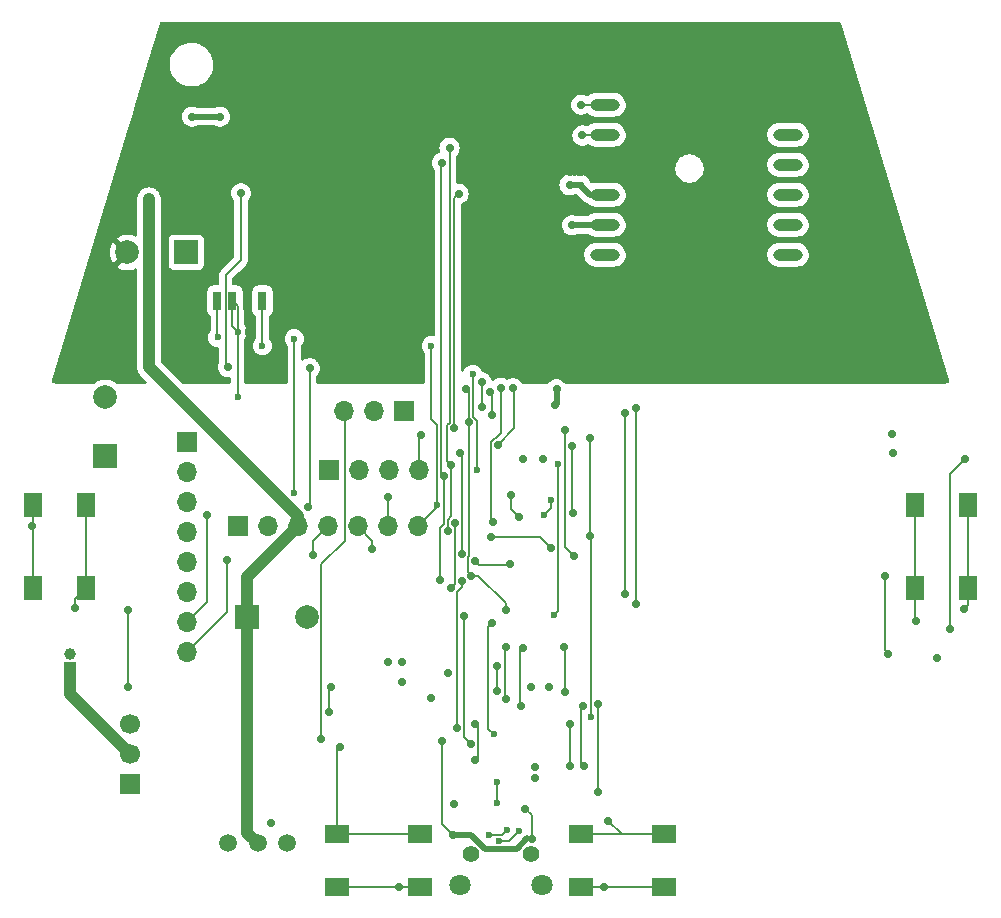
<source format=gtl>
%TF.GenerationSoftware,KiCad,Pcbnew,7.0.6-7.0.6~ubuntu22.04.1*%
%TF.CreationDate,2023-07-22T15:20:45-06:00*%
%TF.ProjectId,gps-tracker,6770732d-7472-4616-936b-65722e6b6963,rev?*%
%TF.SameCoordinates,Original*%
%TF.FileFunction,Copper,L1,Top*%
%TF.FilePolarity,Positive*%
%FSLAX46Y46*%
G04 Gerber Fmt 4.6, Leading zero omitted, Abs format (unit mm)*
G04 Created by KiCad (PCBNEW 7.0.6-7.0.6~ubuntu22.04.1) date 2023-07-22 15:20:45*
%MOMM*%
%LPD*%
G01*
G04 APERTURE LIST*
G04 Aperture macros list*
%AMRoundRect*
0 Rectangle with rounded corners*
0 $1 Rounding radius*
0 $2 $3 $4 $5 $6 $7 $8 $9 X,Y pos of 4 corners*
0 Add a 4 corners polygon primitive as box body*
4,1,4,$2,$3,$4,$5,$6,$7,$8,$9,$2,$3,0*
0 Add four circle primitives for the rounded corners*
1,1,$1+$1,$2,$3*
1,1,$1+$1,$4,$5*
1,1,$1+$1,$6,$7*
1,1,$1+$1,$8,$9*
0 Add four rect primitives between the rounded corners*
20,1,$1+$1,$2,$3,$4,$5,0*
20,1,$1+$1,$4,$5,$6,$7,0*
20,1,$1+$1,$6,$7,$8,$9,0*
20,1,$1+$1,$8,$9,$2,$3,0*%
G04 Aperture macros list end*
%TA.AperFunction,SMDPad,CuDef*%
%ADD10R,0.700000X1.600000*%
%TD*%
%TA.AperFunction,ComponentPad*%
%ADD11R,1.700000X1.700000*%
%TD*%
%TA.AperFunction,ComponentPad*%
%ADD12O,1.700000X1.700000*%
%TD*%
%TA.AperFunction,SMDPad,CuDef*%
%ADD13R,1.500000X2.000000*%
%TD*%
%TA.AperFunction,SMDPad,CuDef*%
%ADD14R,2.000000X1.500000*%
%TD*%
%TA.AperFunction,SMDPad,CuDef*%
%ADD15RoundRect,0.140000X0.170000X-0.140000X0.170000X0.140000X-0.170000X0.140000X-0.170000X-0.140000X0*%
%TD*%
%TA.AperFunction,SMDPad,CuDef*%
%ADD16O,2.500000X1.000000*%
%TD*%
%TA.AperFunction,SMDPad,CuDef*%
%ADD17R,2.500000X2.250000*%
%TD*%
%TA.AperFunction,ComponentPad*%
%ADD18R,2.000000X2.000000*%
%TD*%
%TA.AperFunction,ComponentPad*%
%ADD19C,2.000000*%
%TD*%
%TA.AperFunction,ComponentPad*%
%ADD20R,1.000000X1.000000*%
%TD*%
%TA.AperFunction,ComponentPad*%
%ADD21C,1.000000*%
%TD*%
%TA.AperFunction,ComponentPad*%
%ADD22C,1.500000*%
%TD*%
%TA.AperFunction,ComponentPad*%
%ADD23C,1.700000*%
%TD*%
%TA.AperFunction,ComponentPad*%
%ADD24C,1.408000*%
%TD*%
%TA.AperFunction,ComponentPad*%
%ADD25C,1.800000*%
%TD*%
%TA.AperFunction,ViaPad*%
%ADD26C,0.600000*%
%TD*%
%TA.AperFunction,ViaPad*%
%ADD27C,0.700000*%
%TD*%
%TA.AperFunction,ViaPad*%
%ADD28C,1.000000*%
%TD*%
%TA.AperFunction,Conductor*%
%ADD29C,0.150000*%
%TD*%
%TA.AperFunction,Conductor*%
%ADD30C,0.500000*%
%TD*%
%TA.AperFunction,Conductor*%
%ADD31C,1.000000*%
%TD*%
G04 APERTURE END LIST*
D10*
%TO.P,U3,1,SCL*%
%TO.N,/SCL*%
X87095000Y-76000000D03*
%TO.P,U3,2,VDD*%
%TO.N,VCC*%
X88365000Y-76000000D03*
%TO.P,U3,3,GND*%
%TO.N,GND*%
X89635000Y-76000000D03*
%TO.P,U3,4,SDA*%
%TO.N,/SDA*%
X90905000Y-76000000D03*
%TD*%
D11*
%TO.P,J3,1,Pin_1*%
%TO.N,GND*%
X84500000Y-87925000D03*
D12*
%TO.P,J3,2,Pin_2*%
%TO.N,VCC*%
X84500000Y-90465000D03*
%TO.P,J3,3,Pin_3*%
%TO.N,/SCREEN_DC*%
X84500000Y-93005000D03*
%TO.P,J3,4,Pin_4*%
%TO.N,/SCREEN_CS*%
X84500000Y-95545000D03*
%TO.P,J3,5,Pin_5*%
%TO.N,/SCK*%
X84500000Y-98085000D03*
%TO.P,J3,6,Pin_6*%
%TO.N,/MOSI*%
X84500000Y-100625000D03*
%TO.P,J3,7,Pin_7*%
%TO.N,/SCREEN_RESETN*%
X84500000Y-103165000D03*
%TO.P,J3,8,Pin_8*%
%TO.N,/SCREEN_BLK*%
X84500000Y-105705000D03*
%TD*%
D13*
%TO.P,SW3,1,1*%
%TO.N,Net-(R3-Pad2)*%
X146150000Y-100300000D03*
X146150000Y-93300000D03*
%TO.P,SW3,2,2*%
%TO.N,GND*%
X150650000Y-100300000D03*
X150650000Y-93300000D03*
%TD*%
D14*
%TO.P,SW5,1,1*%
%TO.N,Net-(R7-Pad2)*%
X97230000Y-121150000D03*
X104230000Y-121150000D03*
%TO.P,SW5,2,2*%
%TO.N,GND*%
X97230000Y-125650000D03*
X104230000Y-125650000D03*
%TD*%
D13*
%TO.P,SW1,1,1*%
%TO.N,Net-(R1-Pad2)*%
X75950000Y-93300000D03*
X75950000Y-100300000D03*
%TO.P,SW1,2,2*%
%TO.N,GND*%
X71450000Y-93300000D03*
X71450000Y-100300000D03*
%TD*%
D15*
%TO.P,C31,1*%
%TO.N,VCC*%
X117800000Y-66160000D03*
%TO.P,C31,2*%
%TO.N,GND*%
X117800000Y-65200000D03*
%TD*%
D16*
%TO.P,U6,1,RXD*%
%TO.N,/GPS_TX*%
X119900000Y-59400000D03*
%TO.P,U6,2,TXD*%
%TO.N,/GPS_RX*%
X119900000Y-61940000D03*
%TO.P,U6,3,GND*%
%TO.N,GND*%
X119900000Y-64480000D03*
%TO.P,U6,4,VCC*%
%TO.N,VCC*%
X119900000Y-67020000D03*
%TO.P,U6,5,V_BCKP*%
%TO.N,Net-(U6-V_BCKP)*%
X119900000Y-69560000D03*
%TO.P,U6,6,1PPS*%
%TO.N,unconnected-(U6-1PPS-Pad6)*%
X119900000Y-72100000D03*
%TO.P,U6,7,WAKE_UP*%
%TO.N,unconnected-(U6-WAKE_UP-Pad7)*%
X135400000Y-72100000D03*
%TO.P,U6,8,AADET_N*%
%TO.N,unconnected-(U6-AADET_N-Pad8)*%
X135400000Y-69560000D03*
%TO.P,U6,9,RESERVED*%
%TO.N,unconnected-(U6-RESERVED-Pad9)*%
X135400000Y-67020000D03*
%TO.P,U6,10,~{RESET}*%
%TO.N,unconnected-(U6-~{RESET}-Pad10)*%
X135400000Y-64480000D03*
%TO.P,U6,11,EX_ANT*%
%TO.N,unconnected-(U6-EX_ANT-Pad11)*%
X135400000Y-61940000D03*
D17*
%TO.P,U6,12,GND*%
%TO.N,GND*%
X135400000Y-58775000D03*
%TD*%
D14*
%TO.P,SW4,1,1*%
%TO.N,Net-(R5-Pad2)*%
X117870000Y-121150000D03*
X124870000Y-121150000D03*
%TO.P,SW4,2,2*%
%TO.N,GND*%
X117870000Y-125650000D03*
X124870000Y-125650000D03*
%TD*%
D18*
%TO.P,C16,1*%
%TO.N,+BATT*%
X89632323Y-102800000D03*
D19*
%TO.P,C16,2*%
%TO.N,GND*%
X94632323Y-102800000D03*
%TD*%
D20*
%TO.P,J7,1,Pin_1*%
%TO.N,GND*%
X74600000Y-107125000D03*
D21*
%TO.P,J7,2,Pin_2*%
%TO.N,Net-(J4-Pin_1)*%
X74600000Y-105875000D03*
%TD*%
D11*
%TO.P,J5,1,Pin_1*%
%TO.N,VCC*%
X96520000Y-90300000D03*
D12*
%TO.P,J5,2,Pin_2*%
%TO.N,GND*%
X99060000Y-90300000D03*
%TO.P,J5,3,Pin_3*%
%TO.N,/SWDIO*%
X101600000Y-90300000D03*
%TO.P,J5,4,Pin_4*%
%TO.N,/BOOT0*%
X104140000Y-90300000D03*
%TD*%
D22*
%TO.P,SW6,1,A*%
%TO.N,unconnected-(SW6-A-Pad1)*%
X93000000Y-121900000D03*
%TO.P,SW6,2,B*%
%TO.N,+BATT*%
X90500000Y-121900000D03*
%TO.P,SW6,3,C*%
%TO.N,/BATT_DIRECT*%
X88000000Y-121900000D03*
%TD*%
D11*
%TO.P,J2,1,Pin_1*%
%TO.N,GND*%
X88800000Y-95100000D03*
D12*
%TO.P,J2,2,Pin_2*%
%TO.N,VCC*%
X91340000Y-95100000D03*
%TO.P,J2,3,Pin_3*%
%TO.N,+BATT*%
X93880000Y-95100000D03*
%TO.P,J2,4,Pin_4*%
%TO.N,Net-(J2-Pin_4)*%
X96420000Y-95100000D03*
%TO.P,J2,5,Pin_5*%
%TO.N,Net-(J2-Pin_5)*%
X98960000Y-95100000D03*
%TO.P,J2,6,Pin_6*%
%TO.N,/SCL*%
X101500000Y-95100000D03*
%TO.P,J2,7,Pin_7*%
%TO.N,/SDA*%
X104040000Y-95100000D03*
%TD*%
D18*
%TO.P,C19,1*%
%TO.N,VCC*%
X77600000Y-89167677D03*
D19*
%TO.P,C19,2*%
%TO.N,GND*%
X77600000Y-84167677D03*
%TD*%
D11*
%TO.P,J4,1,Pin_1*%
%TO.N,Net-(J4-Pin_1)*%
X79700000Y-116925000D03*
D23*
%TO.P,J4,2,Pin_2*%
%TO.N,GND*%
X79700000Y-114385000D03*
%TO.P,J4,3,Pin_3*%
%TO.N,unconnected-(J4-Pin_3-Pad3)*%
X79700000Y-111845000D03*
%TD*%
D11*
%TO.P,J6,1,Pin_1*%
%TO.N,VCC*%
X102900000Y-85300000D03*
D12*
%TO.P,J6,2,Pin_2*%
%TO.N,Net-(J6-Pin_2)*%
X100360000Y-85300000D03*
%TO.P,J6,3,Pin_3*%
%TO.N,/BATT_DIRECT*%
X97820000Y-85300000D03*
%TD*%
D18*
%TO.P,C3,1*%
%TO.N,/RADIO_PWR*%
X84467677Y-71900000D03*
D19*
%TO.P,C3,2*%
%TO.N,GND*%
X79467677Y-71900000D03*
%TD*%
D24*
%TO.P,J1,P$6*%
%TO.N,N/C*%
X113600000Y-122800000D03*
%TO.P,J1,P$7*%
X108600000Y-122800000D03*
D25*
%TO.P,J1,P$12*%
X114600000Y-125500000D03*
%TO.P,J1,P$13*%
X107600000Y-125500000D03*
%TD*%
D26*
%TO.N,GND*%
X89700000Y-78600000D03*
%TO.N,VCC*%
X88800000Y-78600000D03*
X88800000Y-84100000D03*
%TO.N,/SDA*%
X105200000Y-79800000D03*
X90900000Y-79800000D03*
%TO.N,/SCL*%
X93600000Y-92300000D03*
X93600000Y-79200000D03*
X87100000Y-79100000D03*
%TO.N,/SDA*%
X105700000Y-93300000D03*
X115300000Y-92900000D03*
X114700000Y-94100000D03*
%TO.N,/RADIO_RESETN*%
X109100000Y-90300000D03*
X108700000Y-82200000D03*
X115600000Y-102600000D03*
X115900000Y-89800000D03*
%TO.N,GND*%
X110725000Y-118500000D03*
X110800000Y-116700000D03*
%TO.N,/BOOT0*%
X118700000Y-111200000D03*
D27*
%TO.N,GND*%
X108900000Y-111800000D03*
X108900000Y-114900000D03*
X116900000Y-111800000D03*
X116900000Y-115400000D03*
%TO.N,Net-(U1-NRST)*%
X118100000Y-115400000D03*
X118059681Y-110284682D03*
X112800000Y-110325000D03*
X112962254Y-105417989D03*
D26*
%TO.N,/USB+*%
X112600000Y-120900000D03*
X110966223Y-121724500D03*
D27*
%TO.N,GND*%
X144300000Y-88900000D03*
X148000000Y-106200000D03*
X105200000Y-109600000D03*
X114000000Y-116400000D03*
X101500000Y-106550000D03*
X107100000Y-118600000D03*
X71400000Y-95100000D03*
X102700000Y-106550000D03*
X119800000Y-125650000D03*
X102500000Y-125600000D03*
X150300000Y-102100000D03*
X116900000Y-65100000D03*
X113600000Y-108700000D03*
X91600000Y-120200000D03*
D26*
%TO.N,/USB-*%
X111600000Y-120800000D03*
X110100000Y-121200000D03*
D27*
%TO.N,VCC*%
X115200000Y-108700000D03*
X112969085Y-89374500D03*
X102700000Y-108300000D03*
X106600000Y-107500000D03*
X144200000Y-87300000D03*
X114000000Y-115500000D03*
X115693053Y-84845524D03*
X116900000Y-66200000D03*
X114649728Y-89374500D03*
X115800000Y-83500000D03*
D28*
%TO.N,+BATT*%
X89632323Y-107600000D03*
X89632323Y-110100000D03*
X81300000Y-67400000D03*
D27*
%TO.N,/VBATT_DIV*%
X107774500Y-99753215D03*
X107400000Y-112200000D03*
%TO.N,/BATT_DIRECT*%
X95900000Y-113100000D03*
%TO.N,VBUS*%
X107000000Y-121187636D03*
X113700000Y-121600000D03*
X113136589Y-118983905D03*
X106100000Y-113300000D03*
%TO.N,/LED*%
X143600000Y-99300000D03*
X143900000Y-105900000D03*
D26*
%TO.N,/USART_TX*%
X110475500Y-112697080D03*
D27*
X110300000Y-103300000D03*
%TO.N,Net-(J2-Pin_4)*%
X95200000Y-97500000D03*
%TO.N,Net-(J2-Pin_5)*%
X100213508Y-97043780D03*
%TO.N,/SCL*%
X111981247Y-92425000D03*
X101500001Y-92625500D03*
X112600000Y-94274000D03*
%TO.N,/SCREEN_CS*%
X115325000Y-96912767D03*
X110259600Y-95974500D03*
%TO.N,/SCK*%
X108560064Y-99274500D03*
X111500000Y-102200000D03*
X108351411Y-86263550D03*
X108125000Y-83447341D03*
%TO.N,/MOSI*%
X105966222Y-99644137D03*
X106275000Y-90800000D03*
X106100000Y-64300000D03*
%TO.N,/SCREEN_RESETN*%
X86200000Y-94100000D03*
%TO.N,/SCREEN_BLK*%
X87900000Y-97900000D03*
%TO.N,/SWDIO*%
X117200000Y-94000000D03*
X117100000Y-88300000D03*
%TO.N,/BOOT0*%
X104300000Y-87400000D03*
X118600000Y-87600000D03*
X118600000Y-95900000D03*
%TO.N,/SW1*%
X79500000Y-102200000D03*
X79500000Y-108700000D03*
X110800000Y-106900000D03*
X110800000Y-109000000D03*
%TO.N,Net-(R1-Pad2)*%
X75000000Y-102000000D03*
%TO.N,Net-(R3-Pad2)*%
X146200000Y-103100000D03*
%TO.N,/SW3*%
X119300000Y-117600000D03*
X111500000Y-109700000D03*
X111500000Y-105300000D03*
X119300000Y-110100000D03*
%TO.N,Net-(R5-Pad2)*%
X120200000Y-120000000D03*
%TO.N,/SW4*%
X96685611Y-108725500D03*
X96500000Y-110800000D03*
X116400000Y-105300000D03*
X116500000Y-109100000D03*
%TO.N,Net-(R7-Pad2)*%
X97500000Y-113800000D03*
%TO.N,Net-(U2-TXD)*%
X108575000Y-113535761D03*
X108000000Y-102700000D03*
%TO.N,/AUX1*%
X111834635Y-98319184D03*
X108864526Y-98063677D03*
%TO.N,/COMPASS_CS*%
X149100000Y-103800000D03*
X150400000Y-89400000D03*
%TO.N,/MISO*%
X106600000Y-95500000D03*
X106743413Y-63056587D03*
X106900000Y-89900000D03*
%TO.N,/RADIO_PWR*%
X87300000Y-60400000D03*
X84950500Y-60400000D03*
%TO.N,/RADIO_RXEN*%
X89100000Y-66900000D03*
X94773098Y-93450000D03*
X88000000Y-81600000D03*
X94900000Y-81700000D03*
%TO.N,/RADIO_CS*%
X117266891Y-97600000D03*
X107511276Y-66923743D03*
X116500000Y-86975000D03*
X107139275Y-86744173D03*
%TO.N,/RADIO_DIO1*%
X110200000Y-83695524D03*
X121600000Y-85525500D03*
X110377212Y-85689345D03*
X121600000Y-100800000D03*
%TO.N,/RADIO_BUSY*%
X122500000Y-101700000D03*
X122500000Y-85100000D03*
X109500000Y-85000000D03*
X109474854Y-82912980D03*
%TO.N,Net-(U6-V_BCKP)*%
X117100000Y-69600000D03*
%TO.N,/GPS_TX*%
X117900000Y-59400000D03*
X107187698Y-94773774D03*
X106848037Y-100283855D03*
X111066807Y-83368209D03*
X110400000Y-94700000D03*
%TO.N,/GPS_RX*%
X118000000Y-62000000D03*
X110804281Y-88194006D03*
X107625500Y-88900000D03*
X107774500Y-97423665D03*
X112100000Y-83400000D03*
%TD*%
D29*
%TO.N,/RADIO_CS*%
X117266891Y-97600000D02*
X116500000Y-96833109D01*
X116500000Y-96833109D02*
X116500000Y-86975000D01*
X107511276Y-66923743D02*
X107139275Y-67295744D01*
%TO.N,/MISO*%
X106564275Y-89564275D02*
X106564275Y-86506000D01*
%TO.N,/RADIO_CS*%
X107139275Y-67295744D02*
X107139275Y-86744173D01*
%TO.N,/MISO*%
X106900000Y-89900000D02*
X106564275Y-89564275D01*
X106564275Y-86506000D02*
X106743413Y-86326862D01*
X106743413Y-86326862D02*
X106743413Y-63056587D01*
%TO.N,/RADIO_RESETN*%
X109100000Y-86198959D02*
X109100000Y-90300000D01*
X108700000Y-85798959D02*
X109100000Y-86198959D01*
X108700000Y-82200000D02*
X108700000Y-85798959D01*
%TO.N,/RADIO_DIO1*%
X110200000Y-83695524D02*
X110377212Y-83872736D01*
X110377212Y-83872736D02*
X110377212Y-85689345D01*
%TO.N,/RADIO_BUSY*%
X109474854Y-84974854D02*
X109500000Y-85000000D01*
X109474854Y-82912980D02*
X109474854Y-84974854D01*
D30*
%TO.N,VCC*%
X115800000Y-83500000D02*
X115800000Y-84738577D01*
X115800000Y-84738577D02*
X115693053Y-84845524D01*
D29*
%TO.N,/RADIO_RXEN*%
X94900000Y-93200000D02*
X94773098Y-93326902D01*
X94900000Y-81700000D02*
X94900000Y-93200000D01*
X94773098Y-93326902D02*
X94773098Y-93450000D01*
%TO.N,/GPS_TX*%
X110229551Y-94529551D02*
X110229551Y-87944665D01*
X110400000Y-94700000D02*
X110229551Y-94529551D01*
X110572646Y-87576743D02*
X110672646Y-87576743D01*
%TO.N,/GPS_RX*%
X112200000Y-83500000D02*
X112200000Y-86798287D01*
%TO.N,/GPS_TX*%
X110235819Y-87938397D02*
X110235819Y-87913570D01*
%TO.N,/GPS_RX*%
X112200000Y-86798287D02*
X110804281Y-88194006D01*
%TO.N,/GPS_TX*%
X111066807Y-87182582D02*
X111066807Y-83368209D01*
X110672646Y-87576743D02*
X111066807Y-87182582D01*
%TO.N,/GPS_RX*%
X112100000Y-83400000D02*
X112200000Y-83500000D01*
%TO.N,/GPS_TX*%
X110235819Y-87913570D02*
X110572646Y-87576743D01*
X110229551Y-87944665D02*
X110235819Y-87938397D01*
%TO.N,/MOSI*%
X106275000Y-94922128D02*
X105966222Y-95230906D01*
%TO.N,/GPS_TX*%
X107200000Y-99931892D02*
X106848037Y-100283855D01*
X107187698Y-94773774D02*
X107200000Y-94786076D01*
%TO.N,/MOSI*%
X106275000Y-90800000D02*
X106275000Y-94922128D01*
%TO.N,/GPS_TX*%
X107200000Y-94786076D02*
X107200000Y-99931892D01*
%TO.N,/MOSI*%
X105966222Y-95230906D02*
X105966222Y-99644137D01*
%TO.N,/VBATT_DIV*%
X107400000Y-100635938D02*
X107774500Y-100261438D01*
X107400000Y-112200000D02*
X107400000Y-100635938D01*
X107774500Y-100261438D02*
X107774500Y-99753215D01*
%TO.N,/RADIO_RXEN*%
X89100000Y-66900000D02*
X89100000Y-72500000D01*
X87790000Y-73810000D02*
X87790000Y-77015000D01*
X87790000Y-77015000D02*
X87800000Y-77025000D01*
X89100000Y-72500000D02*
X87790000Y-73810000D01*
X87800000Y-77025000D02*
X87800000Y-81400000D01*
X87800000Y-81400000D02*
X88000000Y-81600000D01*
%TO.N,/MISO*%
X106900000Y-89900000D02*
X106900000Y-94244720D01*
X106900000Y-94244720D02*
X106600000Y-94544720D01*
X106600000Y-94544720D02*
X106600000Y-95500000D01*
%TO.N,GND*%
X89700000Y-78600000D02*
X89635000Y-78535000D01*
X89635000Y-78535000D02*
X89635000Y-76000000D01*
%TO.N,VCC*%
X88800000Y-84100000D02*
X88800000Y-78600000D01*
X88800000Y-78600000D02*
X88800000Y-76435000D01*
X88365000Y-76000000D02*
X88365000Y-78165000D01*
X88365000Y-78165000D02*
X88800000Y-78600000D01*
X88800000Y-76435000D02*
X88365000Y-76000000D01*
%TO.N,/BOOT0*%
X104140000Y-90300000D02*
X104140000Y-87560000D01*
X104140000Y-87560000D02*
X104300000Y-87400000D01*
%TO.N,/SDA*%
X90905000Y-76000000D02*
X90905000Y-79795000D01*
%TO.N,/MOSI*%
X106051000Y-90576000D02*
X106275000Y-90800000D01*
X106100000Y-64300000D02*
X106051000Y-64349000D01*
X106051000Y-64349000D02*
X106051000Y-90576000D01*
%TO.N,/SDA*%
X90905000Y-79795000D02*
X90900000Y-79800000D01*
X105200000Y-79800000D02*
X105200000Y-86000000D01*
X105200000Y-86000000D02*
X105700000Y-86500000D01*
X105700000Y-86500000D02*
X105700000Y-93300000D01*
%TO.N,/SCL*%
X87095000Y-79095000D02*
X87095000Y-76000000D01*
X93600000Y-92300000D02*
X93600000Y-79200000D01*
X87100000Y-79100000D02*
X87095000Y-79095000D01*
X111981247Y-93655247D02*
X111981247Y-92425000D01*
%TO.N,/SDA*%
X105700000Y-93440000D02*
X104040000Y-95100000D01*
X105700000Y-93300000D02*
X105700000Y-93440000D01*
%TO.N,/SCL*%
X112600000Y-94274000D02*
X111981247Y-93655247D01*
%TO.N,/SDA*%
X115300000Y-92900000D02*
X115300000Y-93500000D01*
X115300000Y-93500000D02*
X114700000Y-94100000D01*
%TO.N,/SCREEN_CS*%
X110259600Y-95974500D02*
X114386733Y-95974500D01*
X114386733Y-95974500D02*
X115325000Y-96912767D01*
%TO.N,/RADIO_RESETN*%
X115900000Y-89800000D02*
X115900000Y-102300000D01*
X115900000Y-102300000D02*
X115600000Y-102600000D01*
%TO.N,/SCK*%
X108560064Y-99274500D02*
X108281089Y-98995525D01*
X108400000Y-97610631D02*
X108400000Y-83722341D01*
X108281089Y-98995525D02*
X108281089Y-97729542D01*
X108400000Y-83722341D02*
X108125000Y-83447341D01*
X108281089Y-97729542D02*
X108400000Y-97610631D01*
%TO.N,GND*%
X110725000Y-116775000D02*
X110725000Y-118500000D01*
X110800000Y-116700000D02*
X110725000Y-116775000D01*
%TO.N,Net-(U2-TXD)*%
X108000000Y-102700000D02*
X108000000Y-112960761D01*
X108000000Y-112960761D02*
X108575000Y-113535761D01*
%TO.N,Net-(U1-NRST)*%
X117875000Y-110469363D02*
X118059681Y-110284682D01*
X112700000Y-105680243D02*
X112700000Y-110225000D01*
X117875000Y-115175000D02*
X117875000Y-110469363D01*
%TO.N,GND*%
X109150000Y-114650000D02*
X109150000Y-112050000D01*
%TO.N,Net-(U1-NRST)*%
X112962254Y-105417989D02*
X112700000Y-105680243D01*
%TO.N,GND*%
X108900000Y-114900000D02*
X109150000Y-114650000D01*
%TO.N,/SW3*%
X119300000Y-117600000D02*
X119300000Y-110100000D01*
%TO.N,Net-(U1-NRST)*%
X118100000Y-115400000D02*
X117875000Y-115175000D01*
X112700000Y-110225000D02*
X112800000Y-110325000D01*
%TO.N,GND*%
X109150000Y-112050000D02*
X108900000Y-111800000D01*
%TO.N,/BOOT0*%
X118700000Y-111200000D02*
X118700000Y-96000000D01*
X118700000Y-96000000D02*
X118600000Y-95900000D01*
%TO.N,GND*%
X116900000Y-111800000D02*
X116900000Y-115400000D01*
%TO.N,/USB+*%
X111775500Y-121724500D02*
X110966223Y-121724500D01*
X112600000Y-120900000D02*
X111775500Y-121724500D01*
D31*
%TO.N,GND*%
X74600000Y-109285000D02*
X79700000Y-114385000D01*
D29*
X102550000Y-125650000D02*
X102500000Y-125600000D01*
D30*
X119900000Y-64480000D02*
X118520000Y-64480000D01*
D29*
X117870000Y-125650000D02*
X119800000Y-125650000D01*
X104230000Y-125650000D02*
X102550000Y-125650000D01*
X71450000Y-100300000D02*
X71450000Y-95150000D01*
X102500000Y-125600000D02*
X102450000Y-125650000D01*
X150650000Y-100300000D02*
X150650000Y-93300000D01*
X150650000Y-101750000D02*
X150300000Y-102100000D01*
X119800000Y-125650000D02*
X124870000Y-125650000D01*
X150650000Y-100300000D02*
X150650000Y-101750000D01*
X71450000Y-95150000D02*
X71400000Y-95100000D01*
D30*
X118520000Y-64480000D02*
X117800000Y-65200000D01*
D29*
X71450000Y-95050000D02*
X71450000Y-93300000D01*
D30*
X116900000Y-65100000D02*
X117700000Y-65100000D01*
D31*
X74600000Y-107125000D02*
X74600000Y-109285000D01*
D29*
X71400000Y-95100000D02*
X71450000Y-95050000D01*
D30*
X117700000Y-65100000D02*
X117800000Y-65200000D01*
D29*
X102450000Y-125650000D02*
X97230000Y-125650000D01*
%TO.N,/USB-*%
X111200000Y-121200000D02*
X110100000Y-121200000D01*
X111600000Y-120800000D02*
X111200000Y-121200000D01*
D30*
%TO.N,VCC*%
X117760000Y-66200000D02*
X117800000Y-66160000D01*
X119900000Y-67020000D02*
X118660000Y-67020000D01*
X118660000Y-67020000D02*
X117800000Y-66160000D01*
X116900000Y-66200000D02*
X117760000Y-66200000D01*
D31*
%TO.N,+BATT*%
X90500000Y-121900000D02*
X89632323Y-121032323D01*
X89632323Y-121032323D02*
X89632323Y-110100000D01*
X89632323Y-107600000D02*
X89632323Y-102800000D01*
X89632323Y-102800000D02*
X89632323Y-99347677D01*
X93880000Y-95100000D02*
X93880000Y-94193507D01*
X89632323Y-99347677D02*
X93880000Y-95100000D01*
X89632323Y-110100000D02*
X89632323Y-107600000D01*
X81300000Y-81613507D02*
X81300000Y-67400000D01*
X93880000Y-94193507D02*
X81300000Y-81613507D01*
D29*
%TO.N,/BATT_DIRECT*%
X97885000Y-96315000D02*
X97885000Y-85365000D01*
X95900000Y-113100000D02*
X95900000Y-98300000D01*
X95900000Y-98300000D02*
X97885000Y-96315000D01*
%TO.N,VBUS*%
X113268543Y-121695145D02*
X113700000Y-121263688D01*
X113338708Y-121500000D02*
X113600000Y-121500000D01*
X113700000Y-119547316D02*
X113136589Y-118983905D01*
X113700000Y-121263688D02*
X113700000Y-119547316D01*
D30*
X109785292Y-122424000D02*
X108548928Y-121187636D01*
D29*
X106100000Y-113300000D02*
X106100000Y-120287636D01*
D30*
X108548928Y-121187636D02*
X107000000Y-121187636D01*
D29*
X113600000Y-121500000D02*
X113700000Y-121600000D01*
X106100000Y-120287636D02*
X107000000Y-121187636D01*
D30*
X113338708Y-121500000D02*
X112414708Y-122424000D01*
X112414708Y-122424000D02*
X109785292Y-122424000D01*
D29*
%TO.N,/LED*%
X143600000Y-105600000D02*
X143900000Y-105900000D01*
X143600000Y-99300000D02*
X143600000Y-105600000D01*
%TO.N,/USART_TX*%
X110300000Y-103300000D02*
X110000000Y-103600000D01*
X110000000Y-103600000D02*
X110000000Y-112221580D01*
X110000000Y-112221580D02*
X110475500Y-112697080D01*
%TO.N,Net-(J2-Pin_4)*%
X95200000Y-97500000D02*
X95200000Y-96320000D01*
X95200000Y-96320000D02*
X96420000Y-95100000D01*
%TO.N,Net-(J2-Pin_5)*%
X100213508Y-96353508D02*
X98960000Y-95100000D01*
X100213508Y-97043780D02*
X100213508Y-96353508D01*
%TO.N,/SCL*%
X101500000Y-95100000D02*
X101500001Y-92625500D01*
%TO.N,/SCK*%
X111500000Y-102200000D02*
X111500000Y-101600000D01*
X111500000Y-101600000D02*
X109174500Y-99274500D01*
X109174500Y-99274500D02*
X108560064Y-99274500D01*
%TO.N,/SCREEN_RESETN*%
X86200000Y-101465000D02*
X86200000Y-94100000D01*
X84500000Y-103165000D02*
X86200000Y-101465000D01*
%TO.N,/SCREEN_BLK*%
X87900000Y-102305000D02*
X87900000Y-97900000D01*
X84500000Y-105705000D02*
X87900000Y-102305000D01*
%TO.N,/SWDIO*%
X117100000Y-88300000D02*
X117100000Y-93900000D01*
X117100000Y-93900000D02*
X117200000Y-94000000D01*
%TO.N,/BOOT0*%
X118600000Y-95900000D02*
X118600000Y-87600000D01*
%TO.N,/SW1*%
X110800000Y-106900000D02*
X110800000Y-109000000D01*
X79500000Y-108700000D02*
X79500000Y-102200000D01*
%TO.N,Net-(R1-Pad2)*%
X75950000Y-100300000D02*
X75950000Y-93300000D01*
X75000000Y-101250000D02*
X75000000Y-102000000D01*
X75950000Y-100300000D02*
X75000000Y-101250000D01*
%TO.N,Net-(R3-Pad2)*%
X146150000Y-100300000D02*
X146150000Y-103050000D01*
X146150000Y-93300000D02*
X146150000Y-100300000D01*
X146150000Y-103050000D02*
X146200000Y-103100000D01*
%TO.N,/SW3*%
X111500000Y-105300000D02*
X111400000Y-105400000D01*
X111400000Y-109600000D02*
X111500000Y-109700000D01*
X111400000Y-105400000D02*
X111400000Y-109600000D01*
%TO.N,Net-(R5-Pad2)*%
X121500000Y-121150000D02*
X124870000Y-121150000D01*
X121350000Y-121150000D02*
X121500000Y-121150000D01*
X120200000Y-120000000D02*
X121350000Y-121150000D01*
X121500000Y-121150000D02*
X117870000Y-121150000D01*
%TO.N,/SW4*%
X96500000Y-110800000D02*
X96500000Y-108911111D01*
X116500000Y-105400000D02*
X116400000Y-105300000D01*
X116500000Y-109100000D02*
X116500000Y-105400000D01*
X96500000Y-108911111D02*
X96685611Y-108725500D01*
%TO.N,Net-(R7-Pad2)*%
X97230000Y-121150000D02*
X97230000Y-114070000D01*
X104230000Y-121150000D02*
X97230000Y-121150000D01*
X97230000Y-114070000D02*
X97500000Y-113800000D01*
%TO.N,/AUX1*%
X111753819Y-98400000D02*
X109200849Y-98400000D01*
X109200849Y-98400000D02*
X108864526Y-98063677D01*
X111834635Y-98319184D02*
X111753819Y-98400000D01*
%TO.N,/COMPASS_CS*%
X149100000Y-90700000D02*
X150400000Y-89400000D01*
X149100000Y-103800000D02*
X149100000Y-90700000D01*
D30*
%TO.N,/RADIO_PWR*%
X87300000Y-60400000D02*
X84950500Y-60400000D01*
D29*
%TO.N,/RADIO_DIO1*%
X121600000Y-100800000D02*
X121600000Y-85525500D01*
%TO.N,/RADIO_BUSY*%
X122500000Y-101700000D02*
X122500000Y-85100000D01*
D30*
%TO.N,Net-(U6-V_BCKP)*%
X117100000Y-69600000D02*
X119860000Y-69600000D01*
D29*
%TO.N,/GPS_TX*%
X119900000Y-59400000D02*
X117900000Y-59400000D01*
%TO.N,/GPS_RX*%
X107774500Y-89049000D02*
X107625500Y-88900000D01*
X107774500Y-97423665D02*
X107774500Y-89049000D01*
X118000000Y-62000000D02*
X118060000Y-61940000D01*
X118060000Y-61940000D02*
X119900000Y-61940000D01*
%TD*%
%TA.AperFunction,Conductor*%
%TO.N,GND*%
G36*
X139826223Y-52420185D02*
G01*
X139871978Y-52472989D01*
X139877864Y-52488573D01*
X149018545Y-82686672D01*
X149031490Y-82729439D01*
X149032072Y-82799306D01*
X148994788Y-82858397D01*
X148989418Y-82862866D01*
X148916150Y-82920434D01*
X148887780Y-82937163D01*
X148796051Y-82975900D01*
X148764279Y-82984570D01*
X148653223Y-82999450D01*
X148644980Y-83000000D01*
X116549467Y-83000000D01*
X116482428Y-82980315D01*
X116457317Y-82958972D01*
X116372235Y-82864478D01*
X116372232Y-82864476D01*
X116372231Y-82864475D01*
X116372230Y-82864474D01*
X116227593Y-82759388D01*
X116064267Y-82686671D01*
X116064265Y-82686670D01*
X115916414Y-82655244D01*
X115889391Y-82649500D01*
X115710609Y-82649500D01*
X115683586Y-82655244D01*
X115535733Y-82686670D01*
X115535728Y-82686672D01*
X115372408Y-82759387D01*
X115227768Y-82864475D01*
X115188922Y-82907619D01*
X115142682Y-82958972D01*
X115083198Y-82995621D01*
X115050534Y-83000000D01*
X112922724Y-83000000D01*
X112855685Y-82980315D01*
X112815337Y-82938000D01*
X112804560Y-82919334D01*
X112791859Y-82897335D01*
X112709591Y-82805967D01*
X112672235Y-82764478D01*
X112672232Y-82764476D01*
X112672231Y-82764475D01*
X112672230Y-82764474D01*
X112527593Y-82659388D01*
X112364267Y-82586671D01*
X112364265Y-82586670D01*
X112236594Y-82559533D01*
X112189391Y-82549500D01*
X112010609Y-82549500D01*
X111979954Y-82556015D01*
X111835733Y-82586670D01*
X111672410Y-82659386D01*
X111667340Y-82662314D01*
X111599440Y-82678787D01*
X111533413Y-82655935D01*
X111532453Y-82655244D01*
X111494405Y-82627600D01*
X111494404Y-82627599D01*
X111494400Y-82627597D01*
X111331074Y-82554880D01*
X111331072Y-82554879D01*
X111203401Y-82527742D01*
X111156198Y-82517709D01*
X110977416Y-82517709D01*
X110946761Y-82524224D01*
X110802540Y-82554879D01*
X110802535Y-82554881D01*
X110639215Y-82627596D01*
X110494568Y-82732689D01*
X110494076Y-82733133D01*
X110493729Y-82733299D01*
X110489320Y-82736503D01*
X110488733Y-82735695D01*
X110431078Y-82763350D01*
X110361745Y-82754712D01*
X110308088Y-82709961D01*
X110293191Y-82679288D01*
X110256104Y-82565145D01*
X110166713Y-82410315D01*
X110103950Y-82340610D01*
X110047089Y-82277458D01*
X110047086Y-82277456D01*
X110047085Y-82277455D01*
X110047084Y-82277454D01*
X109902447Y-82172368D01*
X109739121Y-82099651D01*
X109739119Y-82099650D01*
X109563031Y-82062222D01*
X109501549Y-82029030D01*
X109471771Y-81981888D01*
X109425789Y-81850478D01*
X109329816Y-81697738D01*
X109202262Y-81570184D01*
X109202261Y-81570183D01*
X109049523Y-81474211D01*
X108879254Y-81414631D01*
X108879249Y-81414630D01*
X108700004Y-81394435D01*
X108699996Y-81394435D01*
X108520750Y-81414630D01*
X108520745Y-81414631D01*
X108350476Y-81474211D01*
X108197737Y-81570184D01*
X108070184Y-81697737D01*
X107974211Y-81850476D01*
X107955817Y-81903045D01*
X107915095Y-81959821D01*
X107850142Y-81985568D01*
X107781580Y-81972112D01*
X107731178Y-81923724D01*
X107714775Y-81862090D01*
X107714775Y-72150936D01*
X118145631Y-72150936D01*
X118176442Y-72352063D01*
X118176445Y-72352075D01*
X118247111Y-72542881D01*
X118247115Y-72542888D01*
X118354745Y-72715567D01*
X118354747Y-72715569D01*
X118354748Y-72715571D01*
X118494941Y-72863053D01*
X118616793Y-72947864D01*
X118661949Y-72979294D01*
X118661950Y-72979294D01*
X118661951Y-72979295D01*
X118848942Y-73059540D01*
X119048259Y-73100500D01*
X120700743Y-73100500D01*
X120852439Y-73085074D01*
X121046579Y-73024162D01*
X121046580Y-73024161D01*
X121046588Y-73024159D01*
X121224502Y-72925409D01*
X121378895Y-72792866D01*
X121503448Y-72631958D01*
X121593060Y-72449271D01*
X121644063Y-72252285D01*
X121649203Y-72150936D01*
X133645631Y-72150936D01*
X133676442Y-72352063D01*
X133676445Y-72352075D01*
X133747111Y-72542881D01*
X133747115Y-72542888D01*
X133854745Y-72715567D01*
X133854747Y-72715569D01*
X133854748Y-72715571D01*
X133994941Y-72863053D01*
X134116793Y-72947864D01*
X134161949Y-72979294D01*
X134161950Y-72979294D01*
X134161951Y-72979295D01*
X134348942Y-73059540D01*
X134548259Y-73100500D01*
X136200743Y-73100500D01*
X136352439Y-73085074D01*
X136546579Y-73024162D01*
X136546580Y-73024161D01*
X136546588Y-73024159D01*
X136724502Y-72925409D01*
X136878895Y-72792866D01*
X137003448Y-72631958D01*
X137093060Y-72449271D01*
X137144063Y-72252285D01*
X137154369Y-72049064D01*
X137123556Y-71847929D01*
X137052886Y-71657113D01*
X136945252Y-71484429D01*
X136805059Y-71336947D01*
X136706587Y-71268409D01*
X136638050Y-71220705D01*
X136451056Y-71140459D01*
X136251741Y-71099500D01*
X134599258Y-71099500D01*
X134599257Y-71099500D01*
X134447560Y-71114925D01*
X134253420Y-71175837D01*
X134253405Y-71175844D01*
X134075500Y-71274589D01*
X134075495Y-71274592D01*
X133921106Y-71407132D01*
X133921104Y-71407134D01*
X133796554Y-71568037D01*
X133796553Y-71568040D01*
X133706940Y-71750728D01*
X133655937Y-71947714D01*
X133645631Y-72150936D01*
X121649203Y-72150936D01*
X121654369Y-72049064D01*
X121623556Y-71847929D01*
X121552886Y-71657113D01*
X121445252Y-71484429D01*
X121305059Y-71336947D01*
X121206587Y-71268409D01*
X121138050Y-71220705D01*
X120951056Y-71140459D01*
X120751741Y-71099500D01*
X119099258Y-71099500D01*
X119099257Y-71099500D01*
X118947560Y-71114925D01*
X118753420Y-71175837D01*
X118753405Y-71175844D01*
X118575500Y-71274589D01*
X118575495Y-71274592D01*
X118421106Y-71407132D01*
X118421104Y-71407134D01*
X118296554Y-71568037D01*
X118296553Y-71568040D01*
X118206940Y-71750728D01*
X118155937Y-71947714D01*
X118145631Y-72150936D01*
X107714775Y-72150936D01*
X107714775Y-69600000D01*
X116244815Y-69600000D01*
X116263503Y-69777805D01*
X116263504Y-69777807D01*
X116318747Y-69947829D01*
X116318750Y-69947835D01*
X116408141Y-70102665D01*
X116449812Y-70148946D01*
X116527764Y-70235521D01*
X116527767Y-70235523D01*
X116527770Y-70235526D01*
X116672407Y-70340612D01*
X116835733Y-70413329D01*
X117010609Y-70450500D01*
X117010610Y-70450500D01*
X117189389Y-70450500D01*
X117189391Y-70450500D01*
X117364267Y-70413329D01*
X117481306Y-70361219D01*
X117531741Y-70350500D01*
X118495470Y-70350500D01*
X118562509Y-70370185D01*
X118566299Y-70372720D01*
X118584532Y-70385410D01*
X118661949Y-70439294D01*
X118661950Y-70439294D01*
X118661951Y-70439295D01*
X118848942Y-70519540D01*
X119048259Y-70560500D01*
X120700743Y-70560500D01*
X120852439Y-70545074D01*
X121046579Y-70484162D01*
X121046580Y-70484161D01*
X121046588Y-70484159D01*
X121224502Y-70385409D01*
X121378895Y-70252866D01*
X121503448Y-70091958D01*
X121593060Y-69909271D01*
X121644063Y-69712285D01*
X121649203Y-69610936D01*
X133645631Y-69610936D01*
X133676442Y-69812063D01*
X133676445Y-69812075D01*
X133747111Y-70002881D01*
X133747115Y-70002888D01*
X133854745Y-70175567D01*
X133854747Y-70175569D01*
X133854748Y-70175571D01*
X133994941Y-70323053D01*
X134113984Y-70405909D01*
X134161949Y-70439294D01*
X134161950Y-70439294D01*
X134161951Y-70439295D01*
X134348942Y-70519540D01*
X134548259Y-70560500D01*
X136200743Y-70560500D01*
X136352439Y-70545074D01*
X136546579Y-70484162D01*
X136546580Y-70484161D01*
X136546588Y-70484159D01*
X136724502Y-70385409D01*
X136878895Y-70252866D01*
X137003448Y-70091958D01*
X137093060Y-69909271D01*
X137144063Y-69712285D01*
X137154369Y-69509064D01*
X137123556Y-69307929D01*
X137052886Y-69117113D01*
X136945252Y-68944429D01*
X136853891Y-68848318D01*
X136805061Y-68796949D01*
X136805060Y-68796948D01*
X136805059Y-68796947D01*
X136706587Y-68728409D01*
X136638050Y-68680705D01*
X136451056Y-68600459D01*
X136251741Y-68559500D01*
X134599258Y-68559500D01*
X134599257Y-68559500D01*
X134447560Y-68574925D01*
X134253420Y-68635837D01*
X134253405Y-68635844D01*
X134075500Y-68734589D01*
X134075495Y-68734592D01*
X133921106Y-68867132D01*
X133921104Y-68867134D01*
X133796554Y-69028037D01*
X133796553Y-69028040D01*
X133706940Y-69210728D01*
X133655937Y-69407714D01*
X133645631Y-69610936D01*
X121649203Y-69610936D01*
X121654369Y-69509064D01*
X121623556Y-69307929D01*
X121552886Y-69117113D01*
X121445252Y-68944429D01*
X121353891Y-68848318D01*
X121305061Y-68796949D01*
X121305060Y-68796948D01*
X121305059Y-68796947D01*
X121206587Y-68728409D01*
X121138050Y-68680705D01*
X120951056Y-68600459D01*
X120751741Y-68559500D01*
X119099258Y-68559500D01*
X119099257Y-68559500D01*
X118947560Y-68574925D01*
X118753420Y-68635837D01*
X118753405Y-68635844D01*
X118575500Y-68734589D01*
X118575495Y-68734592D01*
X118476491Y-68819586D01*
X118412803Y-68848318D01*
X118395721Y-68849500D01*
X117531741Y-68849500D01*
X117481306Y-68838780D01*
X117364267Y-68786671D01*
X117364265Y-68786670D01*
X117236594Y-68759533D01*
X117189391Y-68749500D01*
X117010609Y-68749500D01*
X116979954Y-68756015D01*
X116835733Y-68786670D01*
X116835728Y-68786672D01*
X116672408Y-68859387D01*
X116527768Y-68964475D01*
X116408140Y-69097336D01*
X116318750Y-69252164D01*
X116318747Y-69252170D01*
X116263504Y-69422192D01*
X116263503Y-69422194D01*
X116244815Y-69600000D01*
X107714775Y-69600000D01*
X107714775Y-67844654D01*
X107734460Y-67777615D01*
X107787264Y-67731860D01*
X107788271Y-67731404D01*
X107938869Y-67664355D01*
X108083506Y-67559269D01*
X108090086Y-67551962D01*
X108119523Y-67519268D01*
X108203135Y-67426408D01*
X108292526Y-67271578D01*
X108347773Y-67101546D01*
X108366461Y-66923743D01*
X108347773Y-66745940D01*
X108301897Y-66604748D01*
X108292528Y-66575913D01*
X108292525Y-66575907D01*
X108203135Y-66421078D01*
X108156279Y-66369039D01*
X108083511Y-66288221D01*
X108083508Y-66288219D01*
X108083507Y-66288218D01*
X108083506Y-66288217D01*
X107962087Y-66200000D01*
X116044815Y-66200000D01*
X116063503Y-66377805D01*
X116063504Y-66377807D01*
X116118747Y-66547829D01*
X116118750Y-66547835D01*
X116208141Y-66702665D01*
X116225728Y-66722197D01*
X116327764Y-66835521D01*
X116327767Y-66835523D01*
X116327770Y-66835526D01*
X116472407Y-66940612D01*
X116635733Y-67013329D01*
X116810609Y-67050500D01*
X116810610Y-67050500D01*
X116989389Y-67050500D01*
X116989391Y-67050500D01*
X117164267Y-67013329D01*
X117281306Y-66961219D01*
X117331741Y-66950500D01*
X117477770Y-66950500D01*
X117544809Y-66970185D01*
X117565451Y-66986819D01*
X118084269Y-67505637D01*
X118096049Y-67519268D01*
X118110389Y-67538530D01*
X118110391Y-67538532D01*
X118150409Y-67572110D01*
X118154399Y-67575766D01*
X118160227Y-67581594D01*
X118185947Y-67601931D01*
X118244788Y-67651304D01*
X118250818Y-67655270D01*
X118250785Y-67655319D01*
X118257143Y-67659369D01*
X118257175Y-67659319D01*
X118263320Y-67663109D01*
X118263323Y-67663111D01*
X118332936Y-67695572D01*
X118401567Y-67730040D01*
X118401572Y-67730041D01*
X118408361Y-67732513D01*
X118408340Y-67732570D01*
X118415452Y-67735042D01*
X118415472Y-67734985D01*
X118429187Y-67739530D01*
X118428626Y-67741219D01*
X118482129Y-67769691D01*
X118485242Y-67772850D01*
X118494941Y-67783053D01*
X118578445Y-67841174D01*
X118661949Y-67899294D01*
X118661950Y-67899294D01*
X118661951Y-67899295D01*
X118848942Y-67979540D01*
X119048259Y-68020500D01*
X120700743Y-68020500D01*
X120852439Y-68005074D01*
X121046579Y-67944162D01*
X121046580Y-67944161D01*
X121046588Y-67944159D01*
X121224502Y-67845409D01*
X121378895Y-67712866D01*
X121503448Y-67551958D01*
X121593060Y-67369271D01*
X121644063Y-67172285D01*
X121649203Y-67070936D01*
X133645631Y-67070936D01*
X133676442Y-67272063D01*
X133676445Y-67272075D01*
X133747111Y-67462881D01*
X133747113Y-67462884D01*
X133747114Y-67462887D01*
X133773760Y-67505637D01*
X133854745Y-67635567D01*
X133854747Y-67635569D01*
X133854748Y-67635571D01*
X133877322Y-67659319D01*
X133955174Y-67741219D01*
X133994941Y-67783053D01*
X134123344Y-67872424D01*
X134161949Y-67899294D01*
X134161950Y-67899294D01*
X134161951Y-67899295D01*
X134348942Y-67979540D01*
X134548259Y-68020500D01*
X136200743Y-68020500D01*
X136352439Y-68005074D01*
X136546579Y-67944162D01*
X136546580Y-67944161D01*
X136546588Y-67944159D01*
X136724502Y-67845409D01*
X136878895Y-67712866D01*
X137003448Y-67551958D01*
X137093060Y-67369271D01*
X137144063Y-67172285D01*
X137154369Y-66969064D01*
X137123556Y-66767929D01*
X137063121Y-66604748D01*
X137052888Y-66577118D01*
X137052887Y-66577117D01*
X137052886Y-66577113D01*
X136946828Y-66406957D01*
X136945254Y-66404432D01*
X136945250Y-66404427D01*
X136938509Y-66397336D01*
X136834787Y-66288221D01*
X136805061Y-66256949D01*
X136805060Y-66256948D01*
X136805059Y-66256947D01*
X136699004Y-66183131D01*
X136638050Y-66140705D01*
X136451056Y-66060459D01*
X136251741Y-66019500D01*
X134599258Y-66019500D01*
X134599257Y-66019500D01*
X134447560Y-66034925D01*
X134253420Y-66095837D01*
X134253405Y-66095844D01*
X134075500Y-66194589D01*
X134075495Y-66194592D01*
X133921106Y-66327132D01*
X133921104Y-66327134D01*
X133796554Y-66488037D01*
X133796553Y-66488040D01*
X133706940Y-66670728D01*
X133655937Y-66867714D01*
X133645631Y-67070936D01*
X121649203Y-67070936D01*
X121654369Y-66969064D01*
X121623556Y-66767929D01*
X121563121Y-66604748D01*
X121552888Y-66577118D01*
X121552887Y-66577117D01*
X121552886Y-66577113D01*
X121446828Y-66406957D01*
X121445254Y-66404432D01*
X121445250Y-66404427D01*
X121438509Y-66397336D01*
X121334787Y-66288221D01*
X121305061Y-66256949D01*
X121305060Y-66256948D01*
X121305059Y-66256947D01*
X121199004Y-66183131D01*
X121138050Y-66140705D01*
X120951056Y-66060459D01*
X120751741Y-66019500D01*
X119099258Y-66019500D01*
X119099257Y-66019500D01*
X118947564Y-66034925D01*
X118888177Y-66053558D01*
X118866182Y-66060459D01*
X118858427Y-66062892D01*
X118788569Y-66064178D01*
X118733628Y-66032260D01*
X118624938Y-65923570D01*
X118593547Y-65870489D01*
X118562494Y-65763605D01*
X118480117Y-65624313D01*
X118480115Y-65624311D01*
X118480112Y-65624307D01*
X118365692Y-65509887D01*
X118365684Y-65509881D01*
X118232895Y-65431350D01*
X118226395Y-65427506D01*
X118226394Y-65427505D01*
X118226393Y-65427505D01*
X118226390Y-65427504D01*
X118070997Y-65382357D01*
X118070991Y-65382356D01*
X118034692Y-65379500D01*
X118034690Y-65379500D01*
X117565310Y-65379500D01*
X117565308Y-65379500D01*
X117529008Y-65382356D01*
X117529002Y-65382357D01*
X117373609Y-65427504D01*
X117366449Y-65430603D01*
X117365350Y-65428063D01*
X117310411Y-65441983D01*
X117264621Y-65431350D01*
X117164268Y-65386671D01*
X117164265Y-65386670D01*
X117018470Y-65355681D01*
X116989391Y-65349500D01*
X116810609Y-65349500D01*
X116781530Y-65355681D01*
X116635733Y-65386670D01*
X116635728Y-65386672D01*
X116472408Y-65459387D01*
X116327768Y-65564475D01*
X116208140Y-65697336D01*
X116118750Y-65852164D01*
X116118747Y-65852170D01*
X116063504Y-66022192D01*
X116063503Y-66022194D01*
X116044815Y-66200000D01*
X107962087Y-66200000D01*
X107938869Y-66183131D01*
X107775543Y-66110414D01*
X107775541Y-66110413D01*
X107647870Y-66083276D01*
X107600667Y-66073243D01*
X107442913Y-66073243D01*
X107375874Y-66053558D01*
X107330119Y-66000754D01*
X107318913Y-65949243D01*
X107318913Y-64790000D01*
X125860000Y-64790000D01*
X125865778Y-64907621D01*
X125883058Y-65024108D01*
X125900959Y-65095572D01*
X125911673Y-65138346D01*
X125949138Y-65243053D01*
X125951345Y-65249220D01*
X126001694Y-65355676D01*
X126001695Y-65355677D01*
X126001697Y-65355681D01*
X126053424Y-65441983D01*
X126062236Y-65456684D01*
X126101689Y-65509881D01*
X126132391Y-65551277D01*
X126161632Y-65583539D01*
X126211472Y-65638528D01*
X126298728Y-65717613D01*
X126393316Y-65787764D01*
X126494324Y-65848306D01*
X126600780Y-65898655D01*
X126711658Y-65938328D01*
X126825892Y-65966942D01*
X126942379Y-65984222D01*
X127060000Y-65990000D01*
X127177621Y-65984222D01*
X127294108Y-65966942D01*
X127408342Y-65938328D01*
X127519220Y-65898655D01*
X127625676Y-65848306D01*
X127726684Y-65787764D01*
X127821272Y-65717613D01*
X127908528Y-65638528D01*
X127987613Y-65551272D01*
X128057764Y-65456684D01*
X128118306Y-65355676D01*
X128168655Y-65249220D01*
X128208328Y-65138342D01*
X128236942Y-65024108D01*
X128254222Y-64907621D01*
X128260000Y-64790000D01*
X128254222Y-64672379D01*
X128236942Y-64555892D01*
X128230691Y-64530936D01*
X133645631Y-64530936D01*
X133676442Y-64732063D01*
X133676445Y-64732075D01*
X133747111Y-64922881D01*
X133747115Y-64922888D01*
X133854745Y-65095567D01*
X133854747Y-65095569D01*
X133854748Y-65095571D01*
X133994941Y-65243053D01*
X134123344Y-65332424D01*
X134161949Y-65359294D01*
X134161950Y-65359294D01*
X134161951Y-65359295D01*
X134348942Y-65439540D01*
X134548259Y-65480500D01*
X136200743Y-65480500D01*
X136352439Y-65465074D01*
X136546579Y-65404162D01*
X136546580Y-65404161D01*
X136546588Y-65404159D01*
X136724502Y-65305409D01*
X136878895Y-65172866D01*
X137003448Y-65011958D01*
X137093060Y-64829271D01*
X137144063Y-64632285D01*
X137154369Y-64429064D01*
X137123556Y-64227929D01*
X137052886Y-64037113D01*
X136945252Y-63864429D01*
X136805059Y-63716947D01*
X136696908Y-63641672D01*
X136638050Y-63600705D01*
X136451056Y-63520459D01*
X136251741Y-63479500D01*
X134599258Y-63479500D01*
X134599257Y-63479500D01*
X134447560Y-63494925D01*
X134253420Y-63555837D01*
X134253405Y-63555844D01*
X134075500Y-63654589D01*
X134075495Y-63654592D01*
X133921106Y-63787132D01*
X133921104Y-63787134D01*
X133796554Y-63948037D01*
X133796553Y-63948040D01*
X133706940Y-64130728D01*
X133655937Y-64327714D01*
X133645631Y-64530936D01*
X128230691Y-64530936D01*
X128208328Y-64441658D01*
X128168655Y-64330780D01*
X128118306Y-64224324D01*
X128057764Y-64123316D01*
X127987613Y-64028728D01*
X127908528Y-63941472D01*
X127853539Y-63891632D01*
X127821277Y-63862391D01*
X127733560Y-63797336D01*
X127726684Y-63792236D01*
X127625676Y-63731694D01*
X127519220Y-63681345D01*
X127519212Y-63681342D01*
X127519204Y-63681339D01*
X127408346Y-63641673D01*
X127407466Y-63641452D01*
X127294108Y-63613058D01*
X127177621Y-63595778D01*
X127060000Y-63590000D01*
X126942379Y-63595778D01*
X126825892Y-63613058D01*
X126711653Y-63641673D01*
X126600795Y-63681339D01*
X126600777Y-63681346D01*
X126494322Y-63731695D01*
X126494318Y-63731697D01*
X126393318Y-63792234D01*
X126298722Y-63862391D01*
X126211472Y-63941472D01*
X126132391Y-64028722D01*
X126062234Y-64123318D01*
X126001697Y-64224318D01*
X126001695Y-64224322D01*
X125951346Y-64330777D01*
X125951339Y-64330795D01*
X125911673Y-64441653D01*
X125911672Y-64441658D01*
X125883058Y-64555892D01*
X125865778Y-64672379D01*
X125860000Y-64790000D01*
X107318913Y-64790000D01*
X107318913Y-63736080D01*
X107338598Y-63669041D01*
X107350756Y-63653114D01*
X107435272Y-63559252D01*
X107524663Y-63404422D01*
X107579910Y-63234390D01*
X107598598Y-63056587D01*
X107579910Y-62878784D01*
X107552286Y-62793767D01*
X107524665Y-62708757D01*
X107524662Y-62708751D01*
X107435272Y-62553922D01*
X107361472Y-62471959D01*
X107315648Y-62421065D01*
X107315645Y-62421063D01*
X107315644Y-62421062D01*
X107315643Y-62421061D01*
X107171006Y-62315975D01*
X107007680Y-62243258D01*
X107007678Y-62243257D01*
X106880007Y-62216120D01*
X106832804Y-62206087D01*
X106654022Y-62206087D01*
X106623367Y-62212602D01*
X106479146Y-62243257D01*
X106479141Y-62243259D01*
X106315821Y-62315974D01*
X106171181Y-62421062D01*
X106051553Y-62553923D01*
X105962163Y-62708751D01*
X105962160Y-62708757D01*
X105906917Y-62878779D01*
X105906916Y-62878781D01*
X105888228Y-63056587D01*
X105906916Y-63234392D01*
X105906917Y-63234394D01*
X105936436Y-63325244D01*
X105938431Y-63395085D01*
X105902350Y-63454918D01*
X105844292Y-63484851D01*
X105835734Y-63486670D01*
X105835728Y-63486672D01*
X105672408Y-63559387D01*
X105527768Y-63664475D01*
X105408140Y-63797336D01*
X105318750Y-63952164D01*
X105318747Y-63952170D01*
X105263504Y-64122192D01*
X105263503Y-64122194D01*
X105244815Y-64299999D01*
X105263503Y-64477805D01*
X105263504Y-64477807D01*
X105318747Y-64647829D01*
X105318750Y-64647835D01*
X105408140Y-64802664D01*
X105443649Y-64842100D01*
X105473879Y-64905091D01*
X105475500Y-64925073D01*
X105475500Y-78886719D01*
X105455815Y-78953758D01*
X105403011Y-78999513D01*
X105337617Y-79009939D01*
X105200004Y-78994435D01*
X105199996Y-78994435D01*
X105020750Y-79014630D01*
X105020745Y-79014631D01*
X104850476Y-79074211D01*
X104697737Y-79170184D01*
X104570184Y-79297737D01*
X104474211Y-79450476D01*
X104414631Y-79620745D01*
X104414630Y-79620750D01*
X104394435Y-79799996D01*
X104394435Y-79800003D01*
X104414630Y-79979249D01*
X104414631Y-79979254D01*
X104474211Y-80149523D01*
X104570184Y-80302262D01*
X104588180Y-80320258D01*
X104621665Y-80381581D01*
X104624499Y-80407939D01*
X104624499Y-82876000D01*
X104604814Y-82943039D01*
X104552010Y-82988794D01*
X104500499Y-83000000D01*
X95599500Y-83000000D01*
X95532461Y-82980315D01*
X95486706Y-82927511D01*
X95475500Y-82876000D01*
X95475500Y-82379493D01*
X95495185Y-82312454D01*
X95507343Y-82296527D01*
X95591859Y-82202665D01*
X95681250Y-82047835D01*
X95736497Y-81877803D01*
X95755185Y-81700000D01*
X95736497Y-81522197D01*
X95701546Y-81414630D01*
X95681252Y-81352170D01*
X95681249Y-81352164D01*
X95623515Y-81252165D01*
X95591859Y-81197335D01*
X95545003Y-81145296D01*
X95472235Y-81064478D01*
X95472232Y-81064476D01*
X95472231Y-81064475D01*
X95472230Y-81064474D01*
X95327593Y-80959388D01*
X95164267Y-80886671D01*
X95164265Y-80886670D01*
X95036594Y-80859533D01*
X94989391Y-80849500D01*
X94810609Y-80849500D01*
X94779954Y-80856015D01*
X94635733Y-80886670D01*
X94635728Y-80886672D01*
X94472408Y-80959388D01*
X94472403Y-80959390D01*
X94372385Y-81032058D01*
X94306579Y-81055538D01*
X94238525Y-81039712D01*
X94189830Y-80989606D01*
X94175500Y-80931740D01*
X94175500Y-79807939D01*
X94195185Y-79740900D01*
X94211819Y-79720259D01*
X94229816Y-79702262D01*
X94325789Y-79549522D01*
X94385368Y-79379255D01*
X94396017Y-79284741D01*
X94405565Y-79200003D01*
X94405565Y-79199996D01*
X94385369Y-79020750D01*
X94385368Y-79020745D01*
X94325788Y-78850476D01*
X94262955Y-78750478D01*
X94229816Y-78697738D01*
X94102262Y-78570184D01*
X94067628Y-78548422D01*
X93949523Y-78474211D01*
X93779254Y-78414631D01*
X93779249Y-78414630D01*
X93600004Y-78394435D01*
X93599996Y-78394435D01*
X93420750Y-78414630D01*
X93420745Y-78414631D01*
X93250476Y-78474211D01*
X93097737Y-78570184D01*
X92970184Y-78697737D01*
X92874211Y-78850476D01*
X92814631Y-79020745D01*
X92814630Y-79020750D01*
X92794435Y-79199996D01*
X92794435Y-79200003D01*
X92814630Y-79379249D01*
X92814631Y-79379254D01*
X92874211Y-79549523D01*
X92970184Y-79702262D01*
X92988181Y-79720259D01*
X93021666Y-79781582D01*
X93024500Y-79807940D01*
X93024500Y-82876000D01*
X93004815Y-82943039D01*
X92952011Y-82988794D01*
X92900500Y-83000000D01*
X89499500Y-83000000D01*
X89432461Y-82980315D01*
X89386706Y-82927511D01*
X89375500Y-82876000D01*
X89375500Y-79207940D01*
X89395185Y-79140901D01*
X89411821Y-79120257D01*
X89429815Y-79102263D01*
X89431240Y-79099996D01*
X89525789Y-78949522D01*
X89585368Y-78779255D01*
X89585369Y-78779249D01*
X89605565Y-78600003D01*
X89605565Y-78599996D01*
X89585369Y-78420750D01*
X89585368Y-78420745D01*
X89525788Y-78250476D01*
X89429815Y-78097737D01*
X89411819Y-78079741D01*
X89378334Y-78018418D01*
X89375500Y-77992060D01*
X89375500Y-76847870D01*
X90054500Y-76847870D01*
X90054501Y-76847876D01*
X90060908Y-76907483D01*
X90111202Y-77042328D01*
X90111206Y-77042335D01*
X90197452Y-77157544D01*
X90197453Y-77157545D01*
X90197454Y-77157546D01*
X90279811Y-77219198D01*
X90321682Y-77275131D01*
X90329500Y-77318464D01*
X90329500Y-79187058D01*
X90309815Y-79254097D01*
X90293183Y-79274738D01*
X90270185Y-79297736D01*
X90174211Y-79450476D01*
X90114631Y-79620745D01*
X90114630Y-79620750D01*
X90094435Y-79799996D01*
X90094435Y-79800003D01*
X90114630Y-79979249D01*
X90114631Y-79979254D01*
X90174211Y-80149523D01*
X90270183Y-80302261D01*
X90270184Y-80302262D01*
X90397738Y-80429816D01*
X90550478Y-80525789D01*
X90720744Y-80585368D01*
X90720745Y-80585368D01*
X90720750Y-80585369D01*
X90899996Y-80605565D01*
X90900000Y-80605565D01*
X90900004Y-80605565D01*
X91079249Y-80585369D01*
X91079252Y-80585368D01*
X91079255Y-80585368D01*
X91249522Y-80525789D01*
X91402262Y-80429816D01*
X91529816Y-80302262D01*
X91625789Y-80149522D01*
X91685368Y-79979255D01*
X91685369Y-79979249D01*
X91705565Y-79800003D01*
X91705565Y-79799996D01*
X91685369Y-79620750D01*
X91685368Y-79620745D01*
X91685368Y-79620744D01*
X91625789Y-79450478D01*
X91625188Y-79449522D01*
X91529815Y-79297737D01*
X91516819Y-79284741D01*
X91483334Y-79223418D01*
X91480500Y-79197060D01*
X91480500Y-77318464D01*
X91500185Y-77251425D01*
X91530187Y-77219199D01*
X91612546Y-77157546D01*
X91698796Y-77042331D01*
X91749091Y-76907483D01*
X91755500Y-76847873D01*
X91755499Y-75152128D01*
X91749091Y-75092517D01*
X91698796Y-74957669D01*
X91698795Y-74957668D01*
X91698793Y-74957664D01*
X91612547Y-74842455D01*
X91612544Y-74842452D01*
X91497335Y-74756206D01*
X91497328Y-74756202D01*
X91362482Y-74705908D01*
X91362483Y-74705908D01*
X91302883Y-74699501D01*
X91302881Y-74699500D01*
X91302873Y-74699500D01*
X91302864Y-74699500D01*
X90507129Y-74699500D01*
X90507123Y-74699501D01*
X90447516Y-74705908D01*
X90312671Y-74756202D01*
X90312664Y-74756206D01*
X90197455Y-74842452D01*
X90197452Y-74842455D01*
X90111206Y-74957664D01*
X90111202Y-74957671D01*
X90060908Y-75092517D01*
X90054501Y-75152116D01*
X90054501Y-75152123D01*
X90054500Y-75152135D01*
X90054500Y-76847870D01*
X89375500Y-76847870D01*
X89375500Y-76476780D01*
X89376031Y-76468678D01*
X89380465Y-76434999D01*
X89379797Y-76429929D01*
X89375766Y-76399313D01*
X89375765Y-76399294D01*
X89375500Y-76397280D01*
X89360687Y-76284764D01*
X89343702Y-76243760D01*
X89302699Y-76144767D01*
X89241122Y-76064519D01*
X89215929Y-75999352D01*
X89215499Y-75989034D01*
X89215499Y-75152129D01*
X89215498Y-75152123D01*
X89215497Y-75152116D01*
X89209091Y-75092517D01*
X89158796Y-74957669D01*
X89158795Y-74957668D01*
X89158793Y-74957664D01*
X89072547Y-74842455D01*
X89072544Y-74842452D01*
X88957335Y-74756206D01*
X88957328Y-74756202D01*
X88822482Y-74705908D01*
X88822483Y-74705908D01*
X88762883Y-74699501D01*
X88762881Y-74699500D01*
X88762873Y-74699500D01*
X88762865Y-74699500D01*
X88489500Y-74699500D01*
X88422461Y-74679815D01*
X88376706Y-74627011D01*
X88365500Y-74575500D01*
X88365500Y-74099741D01*
X88385185Y-74032702D01*
X88401819Y-74012060D01*
X88894113Y-73519766D01*
X89477398Y-72936480D01*
X89483489Y-72931138D01*
X89510451Y-72910451D01*
X89527405Y-72888356D01*
X89533610Y-72880269D01*
X89533612Y-72880268D01*
X89602699Y-72790233D01*
X89660687Y-72650235D01*
X89680466Y-72500000D01*
X89676031Y-72466312D01*
X89675500Y-72458211D01*
X89675500Y-67579493D01*
X89695185Y-67512454D01*
X89707343Y-67496527D01*
X89791859Y-67402665D01*
X89881250Y-67247835D01*
X89936497Y-67077803D01*
X89955185Y-66900000D01*
X89936497Y-66722197D01*
X89889356Y-66577113D01*
X89881252Y-66552170D01*
X89881249Y-66552164D01*
X89878750Y-66547835D01*
X89791859Y-66397335D01*
X89728648Y-66327132D01*
X89672235Y-66264478D01*
X89672232Y-66264476D01*
X89672231Y-66264475D01*
X89672230Y-66264474D01*
X89527593Y-66159388D01*
X89364267Y-66086671D01*
X89364265Y-66086670D01*
X89208482Y-66053558D01*
X89189391Y-66049500D01*
X89010609Y-66049500D01*
X88991518Y-66053558D01*
X88835733Y-66086670D01*
X88835728Y-66086672D01*
X88672408Y-66159387D01*
X88527768Y-66264475D01*
X88408140Y-66397336D01*
X88318750Y-66552164D01*
X88318747Y-66552170D01*
X88263504Y-66722192D01*
X88263503Y-66722194D01*
X88244815Y-66900000D01*
X88263503Y-67077805D01*
X88263504Y-67077807D01*
X88318747Y-67247829D01*
X88318750Y-67247835D01*
X88408138Y-67402661D01*
X88408139Y-67402663D01*
X88408141Y-67402665D01*
X88492651Y-67496522D01*
X88522880Y-67559512D01*
X88524500Y-67579493D01*
X88524500Y-72210257D01*
X88504815Y-72277296D01*
X88488181Y-72297938D01*
X87412608Y-73373510D01*
X87406507Y-73378861D01*
X87379550Y-73399548D01*
X87355549Y-73430824D01*
X87355530Y-73430850D01*
X87278822Y-73530814D01*
X87276236Y-73546480D01*
X87229314Y-73659760D01*
X87229313Y-73659764D01*
X87213957Y-73776406D01*
X87213955Y-73776419D01*
X87209535Y-73810000D01*
X87213969Y-73843678D01*
X87214500Y-73851780D01*
X87214500Y-74575500D01*
X87194815Y-74642539D01*
X87142011Y-74688294D01*
X87090500Y-74699500D01*
X86697129Y-74699500D01*
X86697123Y-74699501D01*
X86637516Y-74705908D01*
X86502671Y-74756202D01*
X86502664Y-74756206D01*
X86387455Y-74842452D01*
X86387452Y-74842455D01*
X86301206Y-74957664D01*
X86301202Y-74957671D01*
X86250908Y-75092517D01*
X86244501Y-75152116D01*
X86244501Y-75152123D01*
X86244500Y-75152135D01*
X86244500Y-76847870D01*
X86244501Y-76847876D01*
X86250908Y-76907483D01*
X86301202Y-77042328D01*
X86301206Y-77042335D01*
X86387452Y-77157544D01*
X86387453Y-77157545D01*
X86387454Y-77157546D01*
X86469811Y-77219198D01*
X86511682Y-77275131D01*
X86519500Y-77318464D01*
X86519500Y-78497060D01*
X86499815Y-78564099D01*
X86483181Y-78584741D01*
X86470184Y-78597737D01*
X86374211Y-78750476D01*
X86314631Y-78920745D01*
X86314630Y-78920750D01*
X86294435Y-79099996D01*
X86294435Y-79100003D01*
X86314630Y-79279249D01*
X86314631Y-79279254D01*
X86374211Y-79449523D01*
X86437045Y-79549522D01*
X86470184Y-79602262D01*
X86597738Y-79729816D01*
X86680123Y-79781582D01*
X86722071Y-79807940D01*
X86750478Y-79825789D01*
X86920745Y-79885368D01*
X86920750Y-79885369D01*
X87099996Y-79905565D01*
X87100500Y-79905565D01*
X87100813Y-79905657D01*
X87106919Y-79906345D01*
X87106798Y-79907414D01*
X87167539Y-79925250D01*
X87213294Y-79978054D01*
X87224500Y-80029565D01*
X87224500Y-81214828D01*
X87218431Y-81253146D01*
X87163504Y-81422192D01*
X87163503Y-81422194D01*
X87144815Y-81600000D01*
X87163503Y-81777805D01*
X87163504Y-81777807D01*
X87218747Y-81947829D01*
X87218750Y-81947835D01*
X87308141Y-82102665D01*
X87347276Y-82146129D01*
X87427764Y-82235521D01*
X87427767Y-82235523D01*
X87427770Y-82235526D01*
X87572407Y-82340612D01*
X87735733Y-82413329D01*
X87910609Y-82450500D01*
X87910610Y-82450500D01*
X88095890Y-82450500D01*
X88095889Y-82452224D01*
X88156257Y-82463258D01*
X88207286Y-82510985D01*
X88224500Y-82574015D01*
X88224500Y-82876000D01*
X88204815Y-82943039D01*
X88152011Y-82988794D01*
X88100500Y-83000000D01*
X84152776Y-83000000D01*
X84085737Y-82980315D01*
X84065095Y-82963681D01*
X82336819Y-81235405D01*
X82303334Y-81174082D01*
X82300500Y-81147724D01*
X82300500Y-72947870D01*
X82967177Y-72947870D01*
X82967178Y-72947876D01*
X82973585Y-73007483D01*
X83023879Y-73142328D01*
X83023883Y-73142335D01*
X83110129Y-73257544D01*
X83110132Y-73257547D01*
X83225341Y-73343793D01*
X83225348Y-73343797D01*
X83360194Y-73394091D01*
X83360193Y-73394091D01*
X83367121Y-73394835D01*
X83419804Y-73400500D01*
X85515549Y-73400499D01*
X85575160Y-73394091D01*
X85710008Y-73343796D01*
X85825223Y-73257546D01*
X85911473Y-73142331D01*
X85961768Y-73007483D01*
X85968177Y-72947873D01*
X85968176Y-70852128D01*
X85961768Y-70792517D01*
X85918455Y-70676390D01*
X85911474Y-70657671D01*
X85911470Y-70657664D01*
X85825224Y-70542455D01*
X85825221Y-70542452D01*
X85710012Y-70456206D01*
X85710005Y-70456202D01*
X85575159Y-70405908D01*
X85575160Y-70405908D01*
X85515560Y-70399501D01*
X85515558Y-70399500D01*
X85515550Y-70399500D01*
X85515541Y-70399500D01*
X83419806Y-70399500D01*
X83419800Y-70399501D01*
X83360193Y-70405908D01*
X83225348Y-70456202D01*
X83225341Y-70456206D01*
X83110132Y-70542452D01*
X83110129Y-70542455D01*
X83023883Y-70657664D01*
X83023879Y-70657671D01*
X82973585Y-70792517D01*
X82967178Y-70852116D01*
X82967178Y-70852123D01*
X82967177Y-70852135D01*
X82967177Y-72947870D01*
X82300500Y-72947870D01*
X82300500Y-67452200D01*
X82300799Y-67446119D01*
X82302740Y-67426406D01*
X82305341Y-67400000D01*
X82300806Y-67353961D01*
X82300589Y-67351034D01*
X82300500Y-67349283D01*
X82300500Y-67349258D01*
X82295525Y-67300336D01*
X82286024Y-67203868D01*
X82286022Y-67203863D01*
X82286022Y-67203857D01*
X82285967Y-67203579D01*
X82285093Y-67197751D01*
X82285074Y-67197562D01*
X82256034Y-67105007D01*
X82242262Y-67059607D01*
X82228814Y-67015272D01*
X82226021Y-67008532D01*
X82224174Y-67003448D01*
X82224160Y-67003417D01*
X82224159Y-67003412D01*
X82178612Y-66921351D01*
X82135910Y-66841462D01*
X82135906Y-66841457D01*
X82132527Y-66836400D01*
X82132729Y-66836264D01*
X82125522Y-66825661D01*
X82125410Y-66825500D01*
X82125409Y-66825498D01*
X82098287Y-66793905D01*
X82066343Y-66756694D01*
X82031714Y-66714500D01*
X82010883Y-66689117D01*
X82010881Y-66689115D01*
X82010880Y-66689114D01*
X82010606Y-66688889D01*
X81995185Y-66673806D01*
X81992865Y-66671104D01*
X81923673Y-66617545D01*
X81858539Y-66564090D01*
X81858536Y-66564089D01*
X81855064Y-66562233D01*
X81837607Y-66550925D01*
X81833607Y-66547829D01*
X81831958Y-66546552D01*
X81802787Y-66532243D01*
X81756242Y-66509411D01*
X81684727Y-66471185D01*
X81677521Y-66469000D01*
X81658909Y-66461667D01*
X81649271Y-66456940D01*
X81570712Y-66436599D01*
X81545851Y-66429058D01*
X81496134Y-66413976D01*
X81485054Y-66412884D01*
X81466149Y-66409526D01*
X81452285Y-66405937D01*
X81375875Y-66402060D01*
X81372941Y-66401841D01*
X81300003Y-66394659D01*
X81299996Y-66394659D01*
X81285369Y-66396099D01*
X81266945Y-66396537D01*
X81249068Y-66395631D01*
X81249058Y-66395631D01*
X81176784Y-66406703D01*
X81173474Y-66407119D01*
X81103872Y-66413975D01*
X81103866Y-66413976D01*
X81086367Y-66419284D01*
X81069163Y-66423190D01*
X81047932Y-66426443D01*
X81047921Y-66426446D01*
X80982510Y-66450672D01*
X80978975Y-66451862D01*
X80915276Y-66471184D01*
X80915272Y-66471186D01*
X80892275Y-66483478D01*
X80884576Y-66486942D01*
X80857113Y-66497114D01*
X80857109Y-66497116D01*
X80800751Y-66532243D01*
X80797195Y-66534298D01*
X80771883Y-66547829D01*
X80741467Y-66564087D01*
X80741454Y-66564095D01*
X80724737Y-66577815D01*
X80718689Y-66582777D01*
X80712154Y-66587466D01*
X80684429Y-66604747D01*
X80684427Y-66604749D01*
X80638732Y-66648184D01*
X80635349Y-66651173D01*
X80589114Y-66689118D01*
X80568282Y-66714500D01*
X80563071Y-66720105D01*
X80536947Y-66744939D01*
X80502866Y-66793905D01*
X80499905Y-66797818D01*
X80464092Y-66841457D01*
X80464089Y-66841463D01*
X80447018Y-66873399D01*
X80443225Y-66879593D01*
X80420706Y-66911948D01*
X80420705Y-66911950D01*
X80398504Y-66963680D01*
X80396209Y-66968456D01*
X80371186Y-67015272D01*
X80371184Y-67015276D01*
X80363458Y-67040746D01*
X80359692Y-67053159D01*
X80357339Y-67059607D01*
X80340461Y-67098937D01*
X80329806Y-67150778D01*
X80328406Y-67156294D01*
X80313975Y-67203870D01*
X80309763Y-67246632D01*
X80308792Y-67253038D01*
X80299500Y-67298257D01*
X80299500Y-67347798D01*
X80299201Y-67353878D01*
X80294659Y-67400000D01*
X80295845Y-67412044D01*
X80299201Y-67446119D01*
X80299500Y-67452200D01*
X80299500Y-70436495D01*
X80279815Y-70503534D01*
X80227011Y-70549289D01*
X80157853Y-70559233D01*
X80116483Y-70545550D01*
X80072292Y-70521635D01*
X80072280Y-70521630D01*
X79837170Y-70440916D01*
X79591970Y-70400000D01*
X79343384Y-70400000D01*
X79098183Y-70440916D01*
X78863073Y-70521630D01*
X78863067Y-70521632D01*
X78644438Y-70639949D01*
X78597619Y-70676388D01*
X78597619Y-70676390D01*
X79335143Y-71413913D01*
X79325362Y-71415320D01*
X79194577Y-71475048D01*
X79085916Y-71569202D01*
X79008184Y-71690156D01*
X78984600Y-71770475D01*
X78244241Y-71030116D01*
X78143944Y-71183632D01*
X78044089Y-71411282D01*
X77983064Y-71652261D01*
X77983062Y-71652270D01*
X77962536Y-71899994D01*
X77962536Y-71900005D01*
X77983062Y-72147729D01*
X77983064Y-72147738D01*
X78044089Y-72388717D01*
X78143943Y-72616364D01*
X78244241Y-72769882D01*
X78984600Y-72029523D01*
X79008184Y-72109844D01*
X79085916Y-72230798D01*
X79194577Y-72324952D01*
X79325362Y-72384680D01*
X79335141Y-72386086D01*
X78597619Y-73123609D01*
X78644445Y-73160055D01*
X78644447Y-73160056D01*
X78863062Y-73278364D01*
X78863073Y-73278369D01*
X79098183Y-73359083D01*
X79343384Y-73400000D01*
X79591970Y-73400000D01*
X79837170Y-73359083D01*
X80072280Y-73278369D01*
X80072295Y-73278362D01*
X80116482Y-73254450D01*
X80184810Y-73239854D01*
X80250182Y-73264516D01*
X80291843Y-73320606D01*
X80299500Y-73363504D01*
X80299500Y-81600790D01*
X80297243Y-81689869D01*
X80297243Y-81689877D01*
X80308064Y-81750246D01*
X80308718Y-81754911D01*
X80314925Y-81815937D01*
X80314927Y-81815951D01*
X80325208Y-81848720D01*
X80327079Y-81856344D01*
X80333142Y-81890159D01*
X80333142Y-81890162D01*
X80355894Y-81947119D01*
X80357474Y-81951558D01*
X80375841Y-82010095D01*
X80375844Y-82010102D01*
X80392509Y-82040126D01*
X80395879Y-82047221D01*
X80408622Y-82079121D01*
X80408627Y-82079131D01*
X80442377Y-82130340D01*
X80444818Y-82134370D01*
X80474588Y-82188005D01*
X80474589Y-82188006D01*
X80474591Y-82188009D01*
X80496968Y-82214074D01*
X80501693Y-82220342D01*
X80511697Y-82235521D01*
X80520598Y-82249026D01*
X80563978Y-82292406D01*
X80567169Y-82295850D01*
X80605597Y-82340612D01*
X80607134Y-82342402D01*
X80634294Y-82363425D01*
X80640190Y-82368618D01*
X81059891Y-82788319D01*
X81093376Y-82849642D01*
X81088392Y-82919334D01*
X81046520Y-82975267D01*
X80981056Y-82999684D01*
X80972210Y-83000000D01*
X78584488Y-83000000D01*
X78517449Y-82980315D01*
X78508325Y-82973853D01*
X78423231Y-82907621D01*
X78423228Y-82907619D01*
X78204614Y-82789312D01*
X78204603Y-82789307D01*
X77969493Y-82708593D01*
X77724293Y-82667677D01*
X77475707Y-82667677D01*
X77230506Y-82708593D01*
X76995396Y-82789307D01*
X76995385Y-82789312D01*
X76776771Y-82907619D01*
X76776768Y-82907621D01*
X76691675Y-82973853D01*
X76626681Y-82999496D01*
X76615512Y-83000000D01*
X73455020Y-83000000D01*
X73446777Y-82999450D01*
X73335720Y-82984570D01*
X73303948Y-82975900D01*
X73212219Y-82937163D01*
X73183852Y-82920436D01*
X73110580Y-82862865D01*
X73070028Y-82805967D01*
X73066674Y-82736178D01*
X73068496Y-82729482D01*
X79343115Y-61999999D01*
X117144815Y-61999999D01*
X117163503Y-62177805D01*
X117163504Y-62177807D01*
X117218747Y-62347829D01*
X117218750Y-62347835D01*
X117308141Y-62502665D01*
X117349812Y-62548946D01*
X117427764Y-62635521D01*
X117427767Y-62635523D01*
X117427770Y-62635526D01*
X117572407Y-62740612D01*
X117735733Y-62813329D01*
X117910609Y-62850500D01*
X117910610Y-62850500D01*
X118089389Y-62850500D01*
X118089391Y-62850500D01*
X118264267Y-62813329D01*
X118427593Y-62740612D01*
X118427595Y-62740610D01*
X118433530Y-62737968D01*
X118434270Y-62739630D01*
X118493570Y-62725230D01*
X118558536Y-62747316D01*
X118661949Y-62819294D01*
X118661950Y-62819294D01*
X118661951Y-62819295D01*
X118848942Y-62899540D01*
X119048259Y-62940500D01*
X120700743Y-62940500D01*
X120852439Y-62925074D01*
X121046579Y-62864162D01*
X121046580Y-62864161D01*
X121046588Y-62864159D01*
X121224502Y-62765409D01*
X121378895Y-62632866D01*
X121503448Y-62471958D01*
X121593060Y-62289271D01*
X121644063Y-62092285D01*
X121649203Y-61990936D01*
X133645631Y-61990936D01*
X133676442Y-62192063D01*
X133676445Y-62192075D01*
X133747111Y-62382881D01*
X133747113Y-62382884D01*
X133747114Y-62382887D01*
X133793005Y-62456513D01*
X133854745Y-62555567D01*
X133854749Y-62555572D01*
X133930748Y-62635523D01*
X133994941Y-62703053D01*
X134123344Y-62792424D01*
X134161949Y-62819294D01*
X134161950Y-62819294D01*
X134161951Y-62819295D01*
X134348942Y-62899540D01*
X134548259Y-62940500D01*
X136200743Y-62940500D01*
X136352439Y-62925074D01*
X136546579Y-62864162D01*
X136546580Y-62864161D01*
X136546588Y-62864159D01*
X136724502Y-62765409D01*
X136878895Y-62632866D01*
X137003448Y-62471958D01*
X137093060Y-62289271D01*
X137144063Y-62092285D01*
X137154369Y-61889064D01*
X137123556Y-61687929D01*
X137052886Y-61497113D01*
X136945252Y-61324429D01*
X136814302Y-61186671D01*
X136805061Y-61176949D01*
X136805060Y-61176948D01*
X136805059Y-61176947D01*
X136706587Y-61108409D01*
X136638050Y-61060705D01*
X136451056Y-60980459D01*
X136251741Y-60939500D01*
X134599258Y-60939500D01*
X134599257Y-60939500D01*
X134447560Y-60954925D01*
X134253420Y-61015837D01*
X134253405Y-61015844D01*
X134075500Y-61114589D01*
X134075495Y-61114592D01*
X133921106Y-61247132D01*
X133921104Y-61247134D01*
X133796554Y-61408037D01*
X133796553Y-61408040D01*
X133706940Y-61590728D01*
X133655937Y-61787714D01*
X133645631Y-61990936D01*
X121649203Y-61990936D01*
X121654369Y-61889064D01*
X121623556Y-61687929D01*
X121552886Y-61497113D01*
X121445252Y-61324429D01*
X121314302Y-61186671D01*
X121305061Y-61176949D01*
X121305060Y-61176948D01*
X121305059Y-61176947D01*
X121206587Y-61108409D01*
X121138050Y-61060705D01*
X120951056Y-60980459D01*
X120751741Y-60939500D01*
X119099258Y-60939500D01*
X119099257Y-60939500D01*
X118947560Y-60954925D01*
X118753420Y-61015837D01*
X118753405Y-61015844D01*
X118575500Y-61114589D01*
X118575495Y-61114592D01*
X118473451Y-61202195D01*
X118409762Y-61230927D01*
X118342246Y-61221389D01*
X118264266Y-61186670D01*
X118126560Y-61157400D01*
X118089391Y-61149500D01*
X117910609Y-61149500D01*
X117879954Y-61156015D01*
X117735733Y-61186670D01*
X117735728Y-61186672D01*
X117572408Y-61259387D01*
X117427768Y-61364475D01*
X117308140Y-61497336D01*
X117218750Y-61652164D01*
X117218747Y-61652170D01*
X117163504Y-61822192D01*
X117163503Y-61822194D01*
X117144815Y-61999999D01*
X79343115Y-61999999D01*
X79827420Y-60400000D01*
X84095315Y-60400000D01*
X84114003Y-60577805D01*
X84114004Y-60577807D01*
X84169247Y-60747829D01*
X84169250Y-60747835D01*
X84258641Y-60902665D01*
X84300312Y-60948946D01*
X84378264Y-61035521D01*
X84378267Y-61035523D01*
X84378270Y-61035526D01*
X84522907Y-61140612D01*
X84686233Y-61213329D01*
X84861109Y-61250500D01*
X84861110Y-61250500D01*
X85039889Y-61250500D01*
X85039891Y-61250500D01*
X85214767Y-61213329D01*
X85331806Y-61161219D01*
X85382241Y-61150500D01*
X86868259Y-61150500D01*
X86918693Y-61161219D01*
X87035733Y-61213329D01*
X87210609Y-61250500D01*
X87210610Y-61250500D01*
X87389389Y-61250500D01*
X87389391Y-61250500D01*
X87564267Y-61213329D01*
X87727593Y-61140612D01*
X87872230Y-61035526D01*
X87991859Y-60902665D01*
X88081250Y-60747835D01*
X88136497Y-60577803D01*
X88155185Y-60400000D01*
X88136497Y-60222197D01*
X88107860Y-60134063D01*
X88081252Y-60052170D01*
X88081249Y-60052164D01*
X88071643Y-60035526D01*
X87991859Y-59897335D01*
X87945003Y-59845296D01*
X87872235Y-59764478D01*
X87872232Y-59764476D01*
X87872231Y-59764475D01*
X87872230Y-59764474D01*
X87727593Y-59659388D01*
X87564267Y-59586671D01*
X87564265Y-59586670D01*
X87402493Y-59552285D01*
X87389391Y-59549500D01*
X87210609Y-59549500D01*
X87197507Y-59552285D01*
X87035733Y-59586670D01*
X86918694Y-59638780D01*
X86868259Y-59649500D01*
X85382241Y-59649500D01*
X85331806Y-59638780D01*
X85214767Y-59586671D01*
X85214765Y-59586670D01*
X85052993Y-59552285D01*
X85039891Y-59549500D01*
X84861109Y-59549500D01*
X84848007Y-59552285D01*
X84686233Y-59586670D01*
X84686228Y-59586672D01*
X84522908Y-59659387D01*
X84378268Y-59764475D01*
X84258640Y-59897336D01*
X84169250Y-60052164D01*
X84169247Y-60052170D01*
X84114004Y-60222192D01*
X84114003Y-60222194D01*
X84095315Y-60400000D01*
X79827420Y-60400000D01*
X80130111Y-59400000D01*
X117044815Y-59400000D01*
X117063503Y-59577805D01*
X117063504Y-59577807D01*
X117118747Y-59747829D01*
X117118750Y-59747835D01*
X117208141Y-59902665D01*
X117249812Y-59948946D01*
X117327764Y-60035521D01*
X117327767Y-60035523D01*
X117327770Y-60035526D01*
X117472407Y-60140612D01*
X117635733Y-60213329D01*
X117810609Y-60250500D01*
X117810610Y-60250500D01*
X117989389Y-60250500D01*
X117989391Y-60250500D01*
X118164267Y-60213329D01*
X118327593Y-60140612D01*
X118327597Y-60140608D01*
X118333224Y-60137361D01*
X118334091Y-60138863D01*
X118391847Y-60118247D01*
X118459904Y-60134063D01*
X118488821Y-60156614D01*
X118494941Y-60163053D01*
X118579916Y-60222197D01*
X118661949Y-60279294D01*
X118661950Y-60279294D01*
X118661951Y-60279295D01*
X118848942Y-60359540D01*
X119048259Y-60400500D01*
X120700743Y-60400500D01*
X120852439Y-60385074D01*
X121046579Y-60324162D01*
X121046580Y-60324161D01*
X121046588Y-60324159D01*
X121224502Y-60225409D01*
X121378895Y-60092866D01*
X121503448Y-59931958D01*
X121593060Y-59749271D01*
X121644063Y-59552285D01*
X121654369Y-59349064D01*
X121623556Y-59147929D01*
X121552886Y-58957113D01*
X121445252Y-58784429D01*
X121305059Y-58636947D01*
X121179420Y-58549500D01*
X121138050Y-58520705D01*
X120951056Y-58440459D01*
X120751741Y-58399500D01*
X119099258Y-58399500D01*
X119099257Y-58399500D01*
X118947560Y-58414925D01*
X118753420Y-58475837D01*
X118753405Y-58475844D01*
X118575500Y-58574589D01*
X118575495Y-58574592D01*
X118482728Y-58654231D01*
X118419039Y-58682963D01*
X118349927Y-58672701D01*
X118329070Y-58660461D01*
X118327596Y-58659390D01*
X118327595Y-58659389D01*
X118327593Y-58659388D01*
X118164267Y-58586671D01*
X118164265Y-58586670D01*
X118036594Y-58559533D01*
X117989391Y-58549500D01*
X117810609Y-58549500D01*
X117779954Y-58556015D01*
X117635733Y-58586670D01*
X117635728Y-58586672D01*
X117472408Y-58659387D01*
X117327768Y-58764475D01*
X117208140Y-58897336D01*
X117118750Y-59052164D01*
X117118747Y-59052170D01*
X117063504Y-59222192D01*
X117063503Y-59222194D01*
X117044815Y-59400000D01*
X80130111Y-59400000D01*
X81138747Y-56067763D01*
X83045787Y-56067763D01*
X83075413Y-56337013D01*
X83075415Y-56337024D01*
X83143926Y-56599082D01*
X83143928Y-56599088D01*
X83249870Y-56848390D01*
X83321998Y-56966575D01*
X83390979Y-57079605D01*
X83390986Y-57079615D01*
X83564253Y-57287819D01*
X83564259Y-57287824D01*
X83765998Y-57468582D01*
X83991910Y-57618044D01*
X84237176Y-57733020D01*
X84237183Y-57733022D01*
X84237185Y-57733023D01*
X84496557Y-57811057D01*
X84496564Y-57811058D01*
X84496569Y-57811060D01*
X84764561Y-57850500D01*
X84764566Y-57850500D01*
X84967636Y-57850500D01*
X85019133Y-57846730D01*
X85170156Y-57835677D01*
X85282758Y-57810593D01*
X85434546Y-57776782D01*
X85434548Y-57776781D01*
X85434553Y-57776780D01*
X85687558Y-57680014D01*
X85923777Y-57547441D01*
X86138177Y-57381888D01*
X86326186Y-57186881D01*
X86483799Y-56966579D01*
X86557787Y-56822669D01*
X86607649Y-56725690D01*
X86607651Y-56725684D01*
X86607656Y-56725675D01*
X86695118Y-56469305D01*
X86744319Y-56202933D01*
X86754212Y-55932235D01*
X86724586Y-55662982D01*
X86656072Y-55400912D01*
X86550130Y-55151610D01*
X86409018Y-54920390D01*
X86319747Y-54813119D01*
X86235746Y-54712180D01*
X86235740Y-54712175D01*
X86034002Y-54531418D01*
X85808092Y-54381957D01*
X85808090Y-54381956D01*
X85562824Y-54266980D01*
X85562819Y-54266978D01*
X85562814Y-54266976D01*
X85303442Y-54188942D01*
X85303428Y-54188939D01*
X85187791Y-54171921D01*
X85035439Y-54149500D01*
X84832369Y-54149500D01*
X84832364Y-54149500D01*
X84629844Y-54164323D01*
X84629831Y-54164325D01*
X84365453Y-54223217D01*
X84365446Y-54223220D01*
X84112439Y-54319987D01*
X83876226Y-54452557D01*
X83661822Y-54618112D01*
X83473822Y-54813109D01*
X83473816Y-54813116D01*
X83316202Y-55033419D01*
X83316199Y-55033424D01*
X83192350Y-55274309D01*
X83192343Y-55274327D01*
X83104884Y-55530685D01*
X83104881Y-55530699D01*
X83055681Y-55797068D01*
X83055680Y-55797075D01*
X83045787Y-56067763D01*
X81138747Y-56067763D01*
X82222134Y-52488575D01*
X82260396Y-52430114D01*
X82324191Y-52401619D01*
X82340816Y-52400500D01*
X139759184Y-52400500D01*
X139826223Y-52420185D01*
G37*
%TD.AperFunction*%
%TD*%
M02*

</source>
